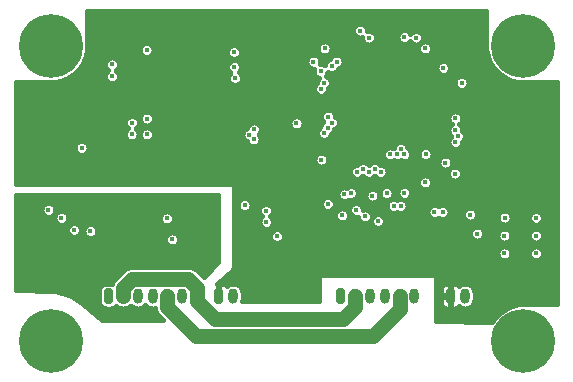
<source format=gbr>
G04 #@! TF.GenerationSoftware,KiCad,Pcbnew,(5.1.10)-1*
G04 #@! TF.CreationDate,2022-10-27T19:37:03-07:00*
G04 #@! TF.ProjectId,Motor_Gen2L,4d6f746f-725f-4476-956e-324c2e6b6963,rev?*
G04 #@! TF.SameCoordinates,Original*
G04 #@! TF.FileFunction,Copper,L2,Inr*
G04 #@! TF.FilePolarity,Positive*
%FSLAX46Y46*%
G04 Gerber Fmt 4.6, Leading zero omitted, Abs format (unit mm)*
G04 Created by KiCad (PCBNEW (5.1.10)-1) date 2022-10-27 19:37:03*
%MOMM*%
%LPD*%
G01*
G04 APERTURE LIST*
G04 #@! TA.AperFunction,ComponentPad*
%ADD10O,0.800000X1.300000*%
G04 #@! TD*
G04 #@! TA.AperFunction,ComponentPad*
%ADD11C,0.800000*%
G04 #@! TD*
G04 #@! TA.AperFunction,ComponentPad*
%ADD12C,5.400000*%
G04 #@! TD*
G04 #@! TA.AperFunction,ViaPad*
%ADD13C,0.381000*%
G04 #@! TD*
G04 #@! TA.AperFunction,Conductor*
%ADD14C,0.381000*%
G04 #@! TD*
G04 #@! TA.AperFunction,Conductor*
%ADD15C,1.270000*%
G04 #@! TD*
G04 #@! TA.AperFunction,Conductor*
%ADD16C,0.400000*%
G04 #@! TD*
G04 #@! TA.AperFunction,Conductor*
%ADD17C,0.100000*%
G04 #@! TD*
G04 APERTURE END LIST*
D10*
X95450000Y-117700000D03*
G04 #@! TA.AperFunction,ComponentPad*
G36*
G01*
X93800000Y-118150000D02*
X93800000Y-117250000D01*
G75*
G02*
X94000000Y-117050000I200000J0D01*
G01*
X94400000Y-117050000D01*
G75*
G02*
X94600000Y-117250000I0J-200000D01*
G01*
X94600000Y-118150000D01*
G75*
G02*
X94400000Y-118350000I-200000J0D01*
G01*
X94000000Y-118350000D01*
G75*
G02*
X93800000Y-118150000I0J200000D01*
G01*
G37*
G04 #@! TD.AperFunction*
X115100000Y-117700000D03*
G04 #@! TA.AperFunction,ComponentPad*
G36*
G01*
X113450000Y-118150000D02*
X113450000Y-117250000D01*
G75*
G02*
X113650000Y-117050000I200000J0D01*
G01*
X114050000Y-117050000D01*
G75*
G02*
X114250000Y-117250000I0J-200000D01*
G01*
X114250000Y-118150000D01*
G75*
G02*
X114050000Y-118350000I-200000J0D01*
G01*
X113650000Y-118350000D01*
G75*
G02*
X113450000Y-118150000I0J200000D01*
G01*
G37*
G04 #@! TD.AperFunction*
X91150000Y-117700000D03*
X89900000Y-117700000D03*
X88650000Y-117700000D03*
X87400000Y-117700000D03*
X86150000Y-117700000D03*
G04 #@! TA.AperFunction,ComponentPad*
G36*
G01*
X84500000Y-118150000D02*
X84500000Y-117250000D01*
G75*
G02*
X84700000Y-117050000I200000J0D01*
G01*
X85100000Y-117050000D01*
G75*
G02*
X85300000Y-117250000I0J-200000D01*
G01*
X85300000Y-118150000D01*
G75*
G02*
X85100000Y-118350000I-200000J0D01*
G01*
X84700000Y-118350000D01*
G75*
G02*
X84500000Y-118150000I0J200000D01*
G01*
G37*
G04 #@! TD.AperFunction*
X110800000Y-117700000D03*
X109550000Y-117700000D03*
X108300000Y-117700000D03*
X107050000Y-117700000D03*
X105800000Y-117700000D03*
G04 #@! TA.AperFunction,ComponentPad*
G36*
G01*
X104150000Y-118150000D02*
X104150000Y-117250000D01*
G75*
G02*
X104350000Y-117050000I200000J0D01*
G01*
X104750000Y-117050000D01*
G75*
G02*
X104950000Y-117250000I0J-200000D01*
G01*
X104950000Y-118150000D01*
G75*
G02*
X104750000Y-118350000I-200000J0D01*
G01*
X104350000Y-118350000D01*
G75*
G02*
X104150000Y-118150000I0J200000D01*
G01*
G37*
G04 #@! TD.AperFunction*
D11*
X121431891Y-120068109D03*
X120000000Y-119475000D03*
X118568109Y-120068109D03*
X117975000Y-121500000D03*
X118568109Y-122931891D03*
X120000000Y-123525000D03*
X121431891Y-122931891D03*
X122025000Y-121500000D03*
D12*
X120000000Y-121500000D03*
D11*
X81431891Y-120068109D03*
X80000000Y-119475000D03*
X78568109Y-120068109D03*
X77975000Y-121500000D03*
X78568109Y-122931891D03*
X80000000Y-123525000D03*
X81431891Y-122931891D03*
X82025000Y-121500000D03*
D12*
X80000000Y-121500000D03*
D11*
X81431891Y-95068109D03*
X80000000Y-94475000D03*
X78568109Y-95068109D03*
X77975000Y-96500000D03*
X78568109Y-97931891D03*
X80000000Y-98525000D03*
X81431891Y-97931891D03*
X82025000Y-96500000D03*
D12*
X80000000Y-96500000D03*
D11*
X121431891Y-95068109D03*
X120000000Y-94475000D03*
X118568109Y-95068109D03*
X117975000Y-96500000D03*
X118568109Y-97931891D03*
X120000000Y-98525000D03*
X121431891Y-97931891D03*
X122025000Y-96500000D03*
D12*
X120000000Y-96500000D03*
D13*
X107250000Y-109200000D03*
X104688108Y-110861888D03*
X106650000Y-109200000D03*
X114400000Y-105650000D03*
X114875000Y-98650000D03*
X114875000Y-102125000D03*
X101500000Y-96300000D03*
X100100000Y-99175000D03*
X100750000Y-106825000D03*
X113375000Y-108275000D03*
X80000000Y-102700000D03*
X82000000Y-102700000D03*
X84500000Y-103200000D03*
X112500000Y-99150000D03*
X109450000Y-97625000D03*
X121600000Y-110600000D03*
X103900000Y-111331798D03*
X96425000Y-112000000D03*
X111200000Y-112350000D03*
X111200000Y-110350000D03*
X87700000Y-95600000D03*
X85200000Y-100100000D03*
X88475000Y-100525000D03*
X115925000Y-117825000D03*
X112800000Y-119600000D03*
X105000000Y-95250000D03*
X108375000Y-95500000D03*
X96300000Y-114700000D03*
X95500000Y-107900000D03*
X97200000Y-105200000D03*
X78700000Y-105000000D03*
X82800000Y-100000000D03*
X91950000Y-104000000D03*
X94950000Y-101925000D03*
X92000000Y-95550000D03*
X96875000Y-95550000D03*
X100000000Y-102850000D03*
X97975000Y-102825000D03*
X114700000Y-95675000D03*
X105750000Y-102700000D03*
X104175000Y-98900000D03*
X112075000Y-102900000D03*
X118575000Y-100625000D03*
X118725000Y-109750000D03*
X121600000Y-105825000D03*
X120300000Y-116200000D03*
X115325000Y-115475000D03*
X107800000Y-115500000D03*
X100925000Y-116925000D03*
X96275000Y-116875000D03*
X101700000Y-110275000D03*
X100750000Y-109100000D03*
X97925000Y-111950000D03*
X114750000Y-97400000D03*
X100825000Y-103069100D03*
X103475000Y-109900000D03*
X115525000Y-110800000D03*
X105875000Y-110400000D03*
X114225000Y-107325000D03*
X113425000Y-106400000D03*
X114800000Y-99650000D03*
X102875000Y-98650000D03*
X109950000Y-95775000D03*
X82625000Y-105150000D03*
X88137500Y-96862500D03*
X103200000Y-96725000D03*
X103800000Y-98225000D03*
X106950000Y-95825000D03*
X85200000Y-98075000D03*
X85200000Y-99100000D03*
X84725000Y-114200000D03*
X82025000Y-114275000D03*
X83900000Y-114250000D03*
X83775000Y-109175000D03*
X82000000Y-109300000D03*
X80000000Y-109300000D03*
X81150000Y-114275000D03*
X84325000Y-113300000D03*
X86175000Y-113325000D03*
X83850000Y-117775000D03*
X79500000Y-115100000D03*
X78300000Y-109200000D03*
X89300000Y-109200000D03*
X93250000Y-109375000D03*
X93550000Y-110350000D03*
X92925000Y-112225000D03*
X91300000Y-114450000D03*
X86100000Y-119400000D03*
X121100000Y-112575000D03*
X121100000Y-114075000D03*
X102925000Y-106150000D03*
X104875000Y-109075000D03*
X102250000Y-97850000D03*
X113200000Y-110575000D03*
X112500000Y-110575004D03*
X110950000Y-95825000D03*
X118450000Y-111050000D03*
X111725000Y-96725000D03*
X118425000Y-112575000D03*
X113250000Y-98375000D03*
X118425000Y-114075000D03*
X103500000Y-102500000D03*
X103825000Y-103025000D03*
X103450000Y-103425000D03*
X96425000Y-110000000D03*
X98264950Y-111419110D03*
X103150000Y-103900000D03*
X97228307Y-103586788D03*
X95550000Y-98300000D03*
X86875000Y-104000000D03*
X86900000Y-103025000D03*
X88150000Y-104000000D03*
X88150000Y-102675000D03*
X114275000Y-102650000D03*
X114500000Y-104150000D03*
X111725000Y-108075000D03*
X114275000Y-104650000D03*
X98250000Y-110475000D03*
X99175000Y-112625000D03*
X82000000Y-112100000D03*
X121100000Y-111075000D03*
X89850000Y-111125000D03*
X92025000Y-117250000D03*
X90300000Y-112900000D03*
X106200000Y-95225000D03*
X104225000Y-97850000D03*
X80925000Y-111075002D03*
X83375000Y-112205890D03*
X79810186Y-110399765D03*
X116125000Y-112400000D03*
X114275000Y-103650000D03*
X111750000Y-105675000D03*
X109950000Y-108950000D03*
X108450000Y-108975000D03*
X109050000Y-110050000D03*
X109650000Y-110050000D03*
X103150000Y-99650000D03*
X106625000Y-110950000D03*
X102900000Y-100150000D03*
X107725000Y-111350000D03*
X105950000Y-107175000D03*
X106450000Y-106925000D03*
X106950000Y-107175000D03*
X107450000Y-106925000D03*
X107950000Y-107175000D03*
X108750000Y-105700000D03*
X109350000Y-105700000D03*
X97200000Y-104425000D03*
X95525000Y-97050000D03*
X109950000Y-105700000D03*
X109650000Y-105225000D03*
X96836059Y-104035032D03*
X95625000Y-99250000D03*
X105450000Y-108975000D03*
D14*
X92112410Y-116262590D02*
X92112410Y-117162590D01*
X92112410Y-117162590D02*
X92025000Y-117250000D01*
D15*
X105800000Y-118600000D02*
X105800000Y-117700000D01*
X104800000Y-119600000D02*
X105800000Y-118600000D01*
X93900000Y-119600000D02*
X104800000Y-119600000D01*
X92400000Y-118100000D02*
X93900000Y-119600000D01*
X92400000Y-116975000D02*
X92400000Y-118100000D01*
X91675000Y-116250000D02*
X92400000Y-116975000D01*
X86150000Y-117020749D02*
X86920749Y-116250000D01*
X86920749Y-116250000D02*
X91675000Y-116250000D01*
X86150000Y-117700000D02*
X86150000Y-117020749D01*
X109550000Y-118825000D02*
X109550000Y-117700000D01*
X92350000Y-121100000D02*
X107275000Y-121100000D01*
X89900000Y-118650000D02*
X92350000Y-121100000D01*
X107275000Y-121100000D02*
X109550000Y-118825000D01*
X89900000Y-117700000D02*
X89900000Y-118650000D01*
D16*
X94200000Y-114817158D02*
X92955197Y-116061961D01*
X92445186Y-115551951D01*
X92412670Y-115512330D01*
X92254584Y-115382592D01*
X92074224Y-115286188D01*
X91878523Y-115226822D01*
X91726000Y-115211800D01*
X91725990Y-115211800D01*
X91675000Y-115206778D01*
X91624010Y-115211800D01*
X86971749Y-115211800D01*
X86920749Y-115206777D01*
X86869749Y-115211800D01*
X86717226Y-115226822D01*
X86521525Y-115286188D01*
X86341165Y-115382592D01*
X86183079Y-115512330D01*
X86150566Y-115551947D01*
X85451947Y-116250567D01*
X85412331Y-116283079D01*
X85379820Y-116322694D01*
X85282592Y-116441166D01*
X85215857Y-116566019D01*
X85186189Y-116621525D01*
X85176818Y-116652416D01*
X85100000Y-116644850D01*
X84700000Y-116644850D01*
X84581941Y-116656478D01*
X84468419Y-116690914D01*
X84363797Y-116746836D01*
X84272094Y-116822094D01*
X84196836Y-116913797D01*
X84140914Y-117018419D01*
X84106478Y-117131941D01*
X84094850Y-117250000D01*
X84094850Y-118150000D01*
X84106478Y-118268059D01*
X84140914Y-118381581D01*
X84196836Y-118486203D01*
X84272094Y-118577906D01*
X84363797Y-118653164D01*
X84468419Y-118709086D01*
X84581941Y-118743522D01*
X84700000Y-118755150D01*
X85100000Y-118755150D01*
X85218059Y-118743522D01*
X85331581Y-118709086D01*
X85436203Y-118653164D01*
X85527906Y-118577906D01*
X85550162Y-118550786D01*
X85570416Y-118567408D01*
X85750776Y-118663812D01*
X85822000Y-118685418D01*
X85841143Y-118695650D01*
X85992546Y-118741578D01*
X86150000Y-118757086D01*
X86307455Y-118741578D01*
X86458858Y-118695650D01*
X86478004Y-118685416D01*
X86549223Y-118663812D01*
X86729584Y-118567408D01*
X86812079Y-118499706D01*
X86829305Y-118520696D01*
X86951608Y-118621067D01*
X87091143Y-118695650D01*
X87242546Y-118741578D01*
X87400000Y-118757086D01*
X87557455Y-118741578D01*
X87708858Y-118695650D01*
X87848393Y-118621067D01*
X87970696Y-118520696D01*
X88025000Y-118454526D01*
X88079305Y-118520696D01*
X88201608Y-118621067D01*
X88341143Y-118695650D01*
X88492546Y-118741578D01*
X88650000Y-118757086D01*
X88807455Y-118741578D01*
X88864105Y-118724393D01*
X88867929Y-118763214D01*
X88876823Y-118853522D01*
X88936189Y-119049224D01*
X89032592Y-119229583D01*
X89074819Y-119281036D01*
X89162331Y-119387670D01*
X89201947Y-119420182D01*
X89481765Y-119700000D01*
X84325147Y-119700000D01*
X82781701Y-118349485D01*
X82760940Y-118333590D01*
X81860940Y-117733590D01*
X81809280Y-117708987D01*
X80359280Y-117258987D01*
X80302500Y-117250016D01*
X77078200Y-117209712D01*
X77078200Y-112841526D01*
X89706300Y-112841526D01*
X89706300Y-112958474D01*
X89729115Y-113073176D01*
X89773870Y-113181223D01*
X89838843Y-113278462D01*
X89921538Y-113361157D01*
X90018777Y-113426130D01*
X90126824Y-113470885D01*
X90241526Y-113493700D01*
X90358474Y-113493700D01*
X90473176Y-113470885D01*
X90581223Y-113426130D01*
X90678462Y-113361157D01*
X90761157Y-113278462D01*
X90826130Y-113181223D01*
X90870885Y-113073176D01*
X90893700Y-112958474D01*
X90893700Y-112841526D01*
X90870885Y-112726824D01*
X90826130Y-112618777D01*
X90761157Y-112521538D01*
X90678462Y-112438843D01*
X90581223Y-112373870D01*
X90473176Y-112329115D01*
X90358474Y-112306300D01*
X90241526Y-112306300D01*
X90126824Y-112329115D01*
X90018777Y-112373870D01*
X89921538Y-112438843D01*
X89838843Y-112521538D01*
X89773870Y-112618777D01*
X89729115Y-112726824D01*
X89706300Y-112841526D01*
X77078200Y-112841526D01*
X77078200Y-112041526D01*
X81406300Y-112041526D01*
X81406300Y-112158474D01*
X81429115Y-112273176D01*
X81473870Y-112381223D01*
X81538843Y-112478462D01*
X81621538Y-112561157D01*
X81718777Y-112626130D01*
X81826824Y-112670885D01*
X81941526Y-112693700D01*
X82058474Y-112693700D01*
X82173176Y-112670885D01*
X82281223Y-112626130D01*
X82378462Y-112561157D01*
X82461157Y-112478462D01*
X82526130Y-112381223D01*
X82570885Y-112273176D01*
X82593700Y-112158474D01*
X82593700Y-112147416D01*
X82781300Y-112147416D01*
X82781300Y-112264364D01*
X82804115Y-112379066D01*
X82848870Y-112487113D01*
X82913843Y-112584352D01*
X82996538Y-112667047D01*
X83093777Y-112732020D01*
X83201824Y-112776775D01*
X83316526Y-112799590D01*
X83433474Y-112799590D01*
X83548176Y-112776775D01*
X83656223Y-112732020D01*
X83753462Y-112667047D01*
X83836157Y-112584352D01*
X83901130Y-112487113D01*
X83945885Y-112379066D01*
X83968700Y-112264364D01*
X83968700Y-112147416D01*
X83945885Y-112032714D01*
X83901130Y-111924667D01*
X83836157Y-111827428D01*
X83753462Y-111744733D01*
X83656223Y-111679760D01*
X83548176Y-111635005D01*
X83433474Y-111612190D01*
X83316526Y-111612190D01*
X83201824Y-111635005D01*
X83093777Y-111679760D01*
X82996538Y-111744733D01*
X82913843Y-111827428D01*
X82848870Y-111924667D01*
X82804115Y-112032714D01*
X82781300Y-112147416D01*
X82593700Y-112147416D01*
X82593700Y-112041526D01*
X82570885Y-111926824D01*
X82526130Y-111818777D01*
X82461157Y-111721538D01*
X82378462Y-111638843D01*
X82281223Y-111573870D01*
X82173176Y-111529115D01*
X82058474Y-111506300D01*
X81941526Y-111506300D01*
X81826824Y-111529115D01*
X81718777Y-111573870D01*
X81621538Y-111638843D01*
X81538843Y-111721538D01*
X81473870Y-111818777D01*
X81429115Y-111926824D01*
X81406300Y-112041526D01*
X77078200Y-112041526D01*
X77078200Y-111016528D01*
X80331300Y-111016528D01*
X80331300Y-111133476D01*
X80354115Y-111248178D01*
X80398870Y-111356225D01*
X80463843Y-111453464D01*
X80546538Y-111536159D01*
X80643777Y-111601132D01*
X80751824Y-111645887D01*
X80866526Y-111668702D01*
X80983474Y-111668702D01*
X81098176Y-111645887D01*
X81206223Y-111601132D01*
X81303462Y-111536159D01*
X81386157Y-111453464D01*
X81451130Y-111356225D01*
X81495885Y-111248178D01*
X81518700Y-111133476D01*
X81518700Y-111066526D01*
X89256300Y-111066526D01*
X89256300Y-111183474D01*
X89279115Y-111298176D01*
X89323870Y-111406223D01*
X89388843Y-111503462D01*
X89471538Y-111586157D01*
X89568777Y-111651130D01*
X89676824Y-111695885D01*
X89791526Y-111718700D01*
X89908474Y-111718700D01*
X90023176Y-111695885D01*
X90131223Y-111651130D01*
X90228462Y-111586157D01*
X90311157Y-111503462D01*
X90376130Y-111406223D01*
X90420885Y-111298176D01*
X90443700Y-111183474D01*
X90443700Y-111066526D01*
X90420885Y-110951824D01*
X90376130Y-110843777D01*
X90311157Y-110746538D01*
X90228462Y-110663843D01*
X90131223Y-110598870D01*
X90023176Y-110554115D01*
X89908474Y-110531300D01*
X89791526Y-110531300D01*
X89676824Y-110554115D01*
X89568777Y-110598870D01*
X89471538Y-110663843D01*
X89388843Y-110746538D01*
X89323870Y-110843777D01*
X89279115Y-110951824D01*
X89256300Y-111066526D01*
X81518700Y-111066526D01*
X81518700Y-111016528D01*
X81495885Y-110901826D01*
X81451130Y-110793779D01*
X81386157Y-110696540D01*
X81303462Y-110613845D01*
X81206223Y-110548872D01*
X81098176Y-110504117D01*
X80983474Y-110481302D01*
X80866526Y-110481302D01*
X80751824Y-110504117D01*
X80643777Y-110548872D01*
X80546538Y-110613845D01*
X80463843Y-110696540D01*
X80398870Y-110793779D01*
X80354115Y-110901826D01*
X80331300Y-111016528D01*
X77078200Y-111016528D01*
X77078200Y-110341291D01*
X79216486Y-110341291D01*
X79216486Y-110458239D01*
X79239301Y-110572941D01*
X79284056Y-110680988D01*
X79349029Y-110778227D01*
X79431724Y-110860922D01*
X79528963Y-110925895D01*
X79637010Y-110970650D01*
X79751712Y-110993465D01*
X79868660Y-110993465D01*
X79983362Y-110970650D01*
X80091409Y-110925895D01*
X80188648Y-110860922D01*
X80271343Y-110778227D01*
X80336316Y-110680988D01*
X80381071Y-110572941D01*
X80403886Y-110458239D01*
X80403886Y-110341291D01*
X80381071Y-110226589D01*
X80336316Y-110118542D01*
X80271343Y-110021303D01*
X80188648Y-109938608D01*
X80091409Y-109873635D01*
X79983362Y-109828880D01*
X79868660Y-109806065D01*
X79751712Y-109806065D01*
X79637010Y-109828880D01*
X79528963Y-109873635D01*
X79431724Y-109938608D01*
X79349029Y-110021303D01*
X79284056Y-110118542D01*
X79239301Y-110226589D01*
X79216486Y-110341291D01*
X77078200Y-110341291D01*
X77078200Y-109100000D01*
X94200000Y-109100000D01*
X94200000Y-114817158D01*
G04 #@! TA.AperFunction,Conductor*
D17*
G36*
X94200000Y-114817158D02*
G01*
X92955197Y-116061961D01*
X92445186Y-115551951D01*
X92412670Y-115512330D01*
X92254584Y-115382592D01*
X92074224Y-115286188D01*
X91878523Y-115226822D01*
X91726000Y-115211800D01*
X91725990Y-115211800D01*
X91675000Y-115206778D01*
X91624010Y-115211800D01*
X86971749Y-115211800D01*
X86920749Y-115206777D01*
X86869749Y-115211800D01*
X86717226Y-115226822D01*
X86521525Y-115286188D01*
X86341165Y-115382592D01*
X86183079Y-115512330D01*
X86150566Y-115551947D01*
X85451947Y-116250567D01*
X85412331Y-116283079D01*
X85379820Y-116322694D01*
X85282592Y-116441166D01*
X85215857Y-116566019D01*
X85186189Y-116621525D01*
X85176818Y-116652416D01*
X85100000Y-116644850D01*
X84700000Y-116644850D01*
X84581941Y-116656478D01*
X84468419Y-116690914D01*
X84363797Y-116746836D01*
X84272094Y-116822094D01*
X84196836Y-116913797D01*
X84140914Y-117018419D01*
X84106478Y-117131941D01*
X84094850Y-117250000D01*
X84094850Y-118150000D01*
X84106478Y-118268059D01*
X84140914Y-118381581D01*
X84196836Y-118486203D01*
X84272094Y-118577906D01*
X84363797Y-118653164D01*
X84468419Y-118709086D01*
X84581941Y-118743522D01*
X84700000Y-118755150D01*
X85100000Y-118755150D01*
X85218059Y-118743522D01*
X85331581Y-118709086D01*
X85436203Y-118653164D01*
X85527906Y-118577906D01*
X85550162Y-118550786D01*
X85570416Y-118567408D01*
X85750776Y-118663812D01*
X85822000Y-118685418D01*
X85841143Y-118695650D01*
X85992546Y-118741578D01*
X86150000Y-118757086D01*
X86307455Y-118741578D01*
X86458858Y-118695650D01*
X86478004Y-118685416D01*
X86549223Y-118663812D01*
X86729584Y-118567408D01*
X86812079Y-118499706D01*
X86829305Y-118520696D01*
X86951608Y-118621067D01*
X87091143Y-118695650D01*
X87242546Y-118741578D01*
X87400000Y-118757086D01*
X87557455Y-118741578D01*
X87708858Y-118695650D01*
X87848393Y-118621067D01*
X87970696Y-118520696D01*
X88025000Y-118454526D01*
X88079305Y-118520696D01*
X88201608Y-118621067D01*
X88341143Y-118695650D01*
X88492546Y-118741578D01*
X88650000Y-118757086D01*
X88807455Y-118741578D01*
X88864105Y-118724393D01*
X88867929Y-118763214D01*
X88876823Y-118853522D01*
X88936189Y-119049224D01*
X89032592Y-119229583D01*
X89074819Y-119281036D01*
X89162331Y-119387670D01*
X89201947Y-119420182D01*
X89481765Y-119700000D01*
X84325147Y-119700000D01*
X82781701Y-118349485D01*
X82760940Y-118333590D01*
X81860940Y-117733590D01*
X81809280Y-117708987D01*
X80359280Y-117258987D01*
X80302500Y-117250016D01*
X77078200Y-117209712D01*
X77078200Y-112841526D01*
X89706300Y-112841526D01*
X89706300Y-112958474D01*
X89729115Y-113073176D01*
X89773870Y-113181223D01*
X89838843Y-113278462D01*
X89921538Y-113361157D01*
X90018777Y-113426130D01*
X90126824Y-113470885D01*
X90241526Y-113493700D01*
X90358474Y-113493700D01*
X90473176Y-113470885D01*
X90581223Y-113426130D01*
X90678462Y-113361157D01*
X90761157Y-113278462D01*
X90826130Y-113181223D01*
X90870885Y-113073176D01*
X90893700Y-112958474D01*
X90893700Y-112841526D01*
X90870885Y-112726824D01*
X90826130Y-112618777D01*
X90761157Y-112521538D01*
X90678462Y-112438843D01*
X90581223Y-112373870D01*
X90473176Y-112329115D01*
X90358474Y-112306300D01*
X90241526Y-112306300D01*
X90126824Y-112329115D01*
X90018777Y-112373870D01*
X89921538Y-112438843D01*
X89838843Y-112521538D01*
X89773870Y-112618777D01*
X89729115Y-112726824D01*
X89706300Y-112841526D01*
X77078200Y-112841526D01*
X77078200Y-112041526D01*
X81406300Y-112041526D01*
X81406300Y-112158474D01*
X81429115Y-112273176D01*
X81473870Y-112381223D01*
X81538843Y-112478462D01*
X81621538Y-112561157D01*
X81718777Y-112626130D01*
X81826824Y-112670885D01*
X81941526Y-112693700D01*
X82058474Y-112693700D01*
X82173176Y-112670885D01*
X82281223Y-112626130D01*
X82378462Y-112561157D01*
X82461157Y-112478462D01*
X82526130Y-112381223D01*
X82570885Y-112273176D01*
X82593700Y-112158474D01*
X82593700Y-112147416D01*
X82781300Y-112147416D01*
X82781300Y-112264364D01*
X82804115Y-112379066D01*
X82848870Y-112487113D01*
X82913843Y-112584352D01*
X82996538Y-112667047D01*
X83093777Y-112732020D01*
X83201824Y-112776775D01*
X83316526Y-112799590D01*
X83433474Y-112799590D01*
X83548176Y-112776775D01*
X83656223Y-112732020D01*
X83753462Y-112667047D01*
X83836157Y-112584352D01*
X83901130Y-112487113D01*
X83945885Y-112379066D01*
X83968700Y-112264364D01*
X83968700Y-112147416D01*
X83945885Y-112032714D01*
X83901130Y-111924667D01*
X83836157Y-111827428D01*
X83753462Y-111744733D01*
X83656223Y-111679760D01*
X83548176Y-111635005D01*
X83433474Y-111612190D01*
X83316526Y-111612190D01*
X83201824Y-111635005D01*
X83093777Y-111679760D01*
X82996538Y-111744733D01*
X82913843Y-111827428D01*
X82848870Y-111924667D01*
X82804115Y-112032714D01*
X82781300Y-112147416D01*
X82593700Y-112147416D01*
X82593700Y-112041526D01*
X82570885Y-111926824D01*
X82526130Y-111818777D01*
X82461157Y-111721538D01*
X82378462Y-111638843D01*
X82281223Y-111573870D01*
X82173176Y-111529115D01*
X82058474Y-111506300D01*
X81941526Y-111506300D01*
X81826824Y-111529115D01*
X81718777Y-111573870D01*
X81621538Y-111638843D01*
X81538843Y-111721538D01*
X81473870Y-111818777D01*
X81429115Y-111926824D01*
X81406300Y-112041526D01*
X77078200Y-112041526D01*
X77078200Y-111016528D01*
X80331300Y-111016528D01*
X80331300Y-111133476D01*
X80354115Y-111248178D01*
X80398870Y-111356225D01*
X80463843Y-111453464D01*
X80546538Y-111536159D01*
X80643777Y-111601132D01*
X80751824Y-111645887D01*
X80866526Y-111668702D01*
X80983474Y-111668702D01*
X81098176Y-111645887D01*
X81206223Y-111601132D01*
X81303462Y-111536159D01*
X81386157Y-111453464D01*
X81451130Y-111356225D01*
X81495885Y-111248178D01*
X81518700Y-111133476D01*
X81518700Y-111066526D01*
X89256300Y-111066526D01*
X89256300Y-111183474D01*
X89279115Y-111298176D01*
X89323870Y-111406223D01*
X89388843Y-111503462D01*
X89471538Y-111586157D01*
X89568777Y-111651130D01*
X89676824Y-111695885D01*
X89791526Y-111718700D01*
X89908474Y-111718700D01*
X90023176Y-111695885D01*
X90131223Y-111651130D01*
X90228462Y-111586157D01*
X90311157Y-111503462D01*
X90376130Y-111406223D01*
X90420885Y-111298176D01*
X90443700Y-111183474D01*
X90443700Y-111066526D01*
X90420885Y-110951824D01*
X90376130Y-110843777D01*
X90311157Y-110746538D01*
X90228462Y-110663843D01*
X90131223Y-110598870D01*
X90023176Y-110554115D01*
X89908474Y-110531300D01*
X89791526Y-110531300D01*
X89676824Y-110554115D01*
X89568777Y-110598870D01*
X89471538Y-110663843D01*
X89388843Y-110746538D01*
X89323870Y-110843777D01*
X89279115Y-110951824D01*
X89256300Y-111066526D01*
X81518700Y-111066526D01*
X81518700Y-111016528D01*
X81495885Y-110901826D01*
X81451130Y-110793779D01*
X81386157Y-110696540D01*
X81303462Y-110613845D01*
X81206223Y-110548872D01*
X81098176Y-110504117D01*
X80983474Y-110481302D01*
X80866526Y-110481302D01*
X80751824Y-110504117D01*
X80643777Y-110548872D01*
X80546538Y-110613845D01*
X80463843Y-110696540D01*
X80398870Y-110793779D01*
X80354115Y-110901826D01*
X80331300Y-111016528D01*
X77078200Y-111016528D01*
X77078200Y-110341291D01*
X79216486Y-110341291D01*
X79216486Y-110458239D01*
X79239301Y-110572941D01*
X79284056Y-110680988D01*
X79349029Y-110778227D01*
X79431724Y-110860922D01*
X79528963Y-110925895D01*
X79637010Y-110970650D01*
X79751712Y-110993465D01*
X79868660Y-110993465D01*
X79983362Y-110970650D01*
X80091409Y-110925895D01*
X80188648Y-110860922D01*
X80271343Y-110778227D01*
X80336316Y-110680988D01*
X80381071Y-110572941D01*
X80403886Y-110458239D01*
X80403886Y-110341291D01*
X80381071Y-110226589D01*
X80336316Y-110118542D01*
X80271343Y-110021303D01*
X80188648Y-109938608D01*
X80091409Y-109873635D01*
X79983362Y-109828880D01*
X79868660Y-109806065D01*
X79751712Y-109806065D01*
X79637010Y-109828880D01*
X79528963Y-109873635D01*
X79431724Y-109938608D01*
X79349029Y-110021303D01*
X79284056Y-110118542D01*
X79239301Y-110226589D01*
X79216486Y-110341291D01*
X77078200Y-110341291D01*
X77078200Y-109100000D01*
X94200000Y-109100000D01*
X94200000Y-114817158D01*
G37*
G04 #@! TD.AperFunction*
D16*
X116900000Y-96178273D02*
X116896800Y-96194361D01*
X116896800Y-96805639D01*
X117016054Y-97405170D01*
X117249980Y-97969916D01*
X117589587Y-98478175D01*
X118021825Y-98910413D01*
X118530084Y-99250020D01*
X119094830Y-99483946D01*
X119694361Y-99603200D01*
X120305639Y-99603200D01*
X120321727Y-99600000D01*
X122921801Y-99600000D01*
X122921800Y-118400000D01*
X120321727Y-118400000D01*
X120305639Y-118396800D01*
X119694361Y-118396800D01*
X119094830Y-118516054D01*
X118530084Y-118749980D01*
X118021825Y-119089587D01*
X117589587Y-119521825D01*
X117339034Y-119896805D01*
X112600000Y-119803883D01*
X112600000Y-118350000D01*
X113044849Y-118350000D01*
X113052634Y-118429041D01*
X113075689Y-118505045D01*
X113113129Y-118575090D01*
X113163515Y-118636485D01*
X113224910Y-118686871D01*
X113294955Y-118724311D01*
X113370959Y-118747366D01*
X113450000Y-118755151D01*
X113695200Y-118753200D01*
X113796000Y-118652400D01*
X113796000Y-117754000D01*
X113147600Y-117754000D01*
X113046800Y-117854800D01*
X113044849Y-118350000D01*
X112600000Y-118350000D01*
X112600000Y-117050000D01*
X113044849Y-117050000D01*
X113046800Y-117545200D01*
X113147600Y-117646000D01*
X113796000Y-117646000D01*
X113796000Y-116747600D01*
X113904000Y-116747600D01*
X113904000Y-117646000D01*
X113924000Y-117646000D01*
X113924000Y-117754000D01*
X113904000Y-117754000D01*
X113904000Y-118652400D01*
X114004800Y-118753200D01*
X114250000Y-118755151D01*
X114329041Y-118747366D01*
X114405045Y-118724311D01*
X114475090Y-118686871D01*
X114536485Y-118636485D01*
X114586871Y-118575090D01*
X114589528Y-118570119D01*
X114651608Y-118621067D01*
X114791143Y-118695650D01*
X114942546Y-118741578D01*
X115100000Y-118757086D01*
X115257455Y-118741578D01*
X115408858Y-118695650D01*
X115548393Y-118621067D01*
X115670696Y-118520696D01*
X115771067Y-118398393D01*
X115845650Y-118258858D01*
X115891578Y-118107455D01*
X115903200Y-117989455D01*
X115903200Y-117410545D01*
X115891578Y-117292545D01*
X115845650Y-117141142D01*
X115771067Y-117001607D01*
X115670696Y-116879304D01*
X115548392Y-116778933D01*
X115408857Y-116704350D01*
X115257454Y-116658422D01*
X115100000Y-116642914D01*
X114942545Y-116658422D01*
X114791142Y-116704350D01*
X114651607Y-116778933D01*
X114589528Y-116829880D01*
X114586871Y-116824910D01*
X114536485Y-116763515D01*
X114475090Y-116713129D01*
X114405045Y-116675689D01*
X114329041Y-116652634D01*
X114250000Y-116644849D01*
X114004800Y-116646800D01*
X113904000Y-116747600D01*
X113796000Y-116747600D01*
X113695200Y-116646800D01*
X113450000Y-116644849D01*
X113370959Y-116652634D01*
X113294955Y-116675689D01*
X113224910Y-116713129D01*
X113163515Y-116763515D01*
X113113129Y-116824910D01*
X113075689Y-116894955D01*
X113052634Y-116970959D01*
X113044849Y-117050000D01*
X112600000Y-117050000D01*
X112600000Y-116100000D01*
X112596157Y-116060982D01*
X112584776Y-116023463D01*
X112566294Y-115988886D01*
X112541421Y-115958579D01*
X112511114Y-115933706D01*
X112476537Y-115915224D01*
X112439018Y-115903843D01*
X112400000Y-115900000D01*
X102900000Y-115900000D01*
X102860982Y-115903843D01*
X102823463Y-115915224D01*
X102788886Y-115933706D01*
X102758579Y-115958579D01*
X102733706Y-115988886D01*
X102715224Y-116023463D01*
X102703843Y-116060982D01*
X102700000Y-116100000D01*
X102700000Y-118100000D01*
X96242312Y-118100000D01*
X96253200Y-117989455D01*
X96253200Y-117410545D01*
X96241578Y-117292545D01*
X96195650Y-117141142D01*
X96121067Y-117001607D01*
X96020696Y-116879304D01*
X95898392Y-116778933D01*
X95758857Y-116704350D01*
X95607454Y-116658422D01*
X95450000Y-116642914D01*
X95292545Y-116658422D01*
X95141142Y-116704350D01*
X95001607Y-116778933D01*
X94939528Y-116829880D01*
X94936871Y-116824910D01*
X94886485Y-116763515D01*
X94825090Y-116713129D01*
X94755045Y-116675689D01*
X94679041Y-116652634D01*
X94600000Y-116644849D01*
X94354800Y-116646800D01*
X94254000Y-116747600D01*
X94254000Y-117646000D01*
X94274000Y-117646000D01*
X94274000Y-117754000D01*
X94254000Y-117754000D01*
X94254000Y-117774000D01*
X94146000Y-117774000D01*
X94146000Y-117754000D01*
X94126000Y-117754000D01*
X94126000Y-117646000D01*
X94146000Y-117646000D01*
X94146000Y-116747600D01*
X94100000Y-116701600D01*
X94100000Y-116687214D01*
X95436090Y-115446559D01*
X95462067Y-115417193D01*
X95481817Y-115383323D01*
X95494579Y-115346251D01*
X95500000Y-115300000D01*
X95500000Y-114016526D01*
X117831300Y-114016526D01*
X117831300Y-114133474D01*
X117854115Y-114248176D01*
X117898870Y-114356223D01*
X117963843Y-114453462D01*
X118046538Y-114536157D01*
X118143777Y-114601130D01*
X118251824Y-114645885D01*
X118366526Y-114668700D01*
X118483474Y-114668700D01*
X118598176Y-114645885D01*
X118706223Y-114601130D01*
X118803462Y-114536157D01*
X118886157Y-114453462D01*
X118951130Y-114356223D01*
X118995885Y-114248176D01*
X119018700Y-114133474D01*
X119018700Y-114016526D01*
X120506300Y-114016526D01*
X120506300Y-114133474D01*
X120529115Y-114248176D01*
X120573870Y-114356223D01*
X120638843Y-114453462D01*
X120721538Y-114536157D01*
X120818777Y-114601130D01*
X120926824Y-114645885D01*
X121041526Y-114668700D01*
X121158474Y-114668700D01*
X121273176Y-114645885D01*
X121381223Y-114601130D01*
X121478462Y-114536157D01*
X121561157Y-114453462D01*
X121626130Y-114356223D01*
X121670885Y-114248176D01*
X121693700Y-114133474D01*
X121693700Y-114016526D01*
X121670885Y-113901824D01*
X121626130Y-113793777D01*
X121561157Y-113696538D01*
X121478462Y-113613843D01*
X121381223Y-113548870D01*
X121273176Y-113504115D01*
X121158474Y-113481300D01*
X121041526Y-113481300D01*
X120926824Y-113504115D01*
X120818777Y-113548870D01*
X120721538Y-113613843D01*
X120638843Y-113696538D01*
X120573870Y-113793777D01*
X120529115Y-113901824D01*
X120506300Y-114016526D01*
X119018700Y-114016526D01*
X118995885Y-113901824D01*
X118951130Y-113793777D01*
X118886157Y-113696538D01*
X118803462Y-113613843D01*
X118706223Y-113548870D01*
X118598176Y-113504115D01*
X118483474Y-113481300D01*
X118366526Y-113481300D01*
X118251824Y-113504115D01*
X118143777Y-113548870D01*
X118046538Y-113613843D01*
X117963843Y-113696538D01*
X117898870Y-113793777D01*
X117854115Y-113901824D01*
X117831300Y-114016526D01*
X95500000Y-114016526D01*
X95500000Y-112566526D01*
X98581300Y-112566526D01*
X98581300Y-112683474D01*
X98604115Y-112798176D01*
X98648870Y-112906223D01*
X98713843Y-113003462D01*
X98796538Y-113086157D01*
X98893777Y-113151130D01*
X99001824Y-113195885D01*
X99116526Y-113218700D01*
X99233474Y-113218700D01*
X99348176Y-113195885D01*
X99456223Y-113151130D01*
X99553462Y-113086157D01*
X99636157Y-113003462D01*
X99701130Y-112906223D01*
X99745885Y-112798176D01*
X99768700Y-112683474D01*
X99768700Y-112566526D01*
X99745885Y-112451824D01*
X99701130Y-112343777D01*
X99699626Y-112341526D01*
X115531300Y-112341526D01*
X115531300Y-112458474D01*
X115554115Y-112573176D01*
X115598870Y-112681223D01*
X115663843Y-112778462D01*
X115746538Y-112861157D01*
X115843777Y-112926130D01*
X115951824Y-112970885D01*
X116066526Y-112993700D01*
X116183474Y-112993700D01*
X116298176Y-112970885D01*
X116406223Y-112926130D01*
X116503462Y-112861157D01*
X116586157Y-112778462D01*
X116651130Y-112681223D01*
X116695885Y-112573176D01*
X116707153Y-112516526D01*
X117831300Y-112516526D01*
X117831300Y-112633474D01*
X117854115Y-112748176D01*
X117898870Y-112856223D01*
X117963843Y-112953462D01*
X118046538Y-113036157D01*
X118143777Y-113101130D01*
X118251824Y-113145885D01*
X118366526Y-113168700D01*
X118483474Y-113168700D01*
X118598176Y-113145885D01*
X118706223Y-113101130D01*
X118803462Y-113036157D01*
X118886157Y-112953462D01*
X118951130Y-112856223D01*
X118995885Y-112748176D01*
X119018700Y-112633474D01*
X119018700Y-112516526D01*
X120506300Y-112516526D01*
X120506300Y-112633474D01*
X120529115Y-112748176D01*
X120573870Y-112856223D01*
X120638843Y-112953462D01*
X120721538Y-113036157D01*
X120818777Y-113101130D01*
X120926824Y-113145885D01*
X121041526Y-113168700D01*
X121158474Y-113168700D01*
X121273176Y-113145885D01*
X121381223Y-113101130D01*
X121478462Y-113036157D01*
X121561157Y-112953462D01*
X121626130Y-112856223D01*
X121670885Y-112748176D01*
X121693700Y-112633474D01*
X121693700Y-112516526D01*
X121670885Y-112401824D01*
X121626130Y-112293777D01*
X121561157Y-112196538D01*
X121478462Y-112113843D01*
X121381223Y-112048870D01*
X121273176Y-112004115D01*
X121158474Y-111981300D01*
X121041526Y-111981300D01*
X120926824Y-112004115D01*
X120818777Y-112048870D01*
X120721538Y-112113843D01*
X120638843Y-112196538D01*
X120573870Y-112293777D01*
X120529115Y-112401824D01*
X120506300Y-112516526D01*
X119018700Y-112516526D01*
X118995885Y-112401824D01*
X118951130Y-112293777D01*
X118886157Y-112196538D01*
X118803462Y-112113843D01*
X118706223Y-112048870D01*
X118598176Y-112004115D01*
X118483474Y-111981300D01*
X118366526Y-111981300D01*
X118251824Y-112004115D01*
X118143777Y-112048870D01*
X118046538Y-112113843D01*
X117963843Y-112196538D01*
X117898870Y-112293777D01*
X117854115Y-112401824D01*
X117831300Y-112516526D01*
X116707153Y-112516526D01*
X116718700Y-112458474D01*
X116718700Y-112341526D01*
X116695885Y-112226824D01*
X116651130Y-112118777D01*
X116586157Y-112021538D01*
X116503462Y-111938843D01*
X116406223Y-111873870D01*
X116298176Y-111829115D01*
X116183474Y-111806300D01*
X116066526Y-111806300D01*
X115951824Y-111829115D01*
X115843777Y-111873870D01*
X115746538Y-111938843D01*
X115663843Y-112021538D01*
X115598870Y-112118777D01*
X115554115Y-112226824D01*
X115531300Y-112341526D01*
X99699626Y-112341526D01*
X99636157Y-112246538D01*
X99553462Y-112163843D01*
X99456223Y-112098870D01*
X99348176Y-112054115D01*
X99233474Y-112031300D01*
X99116526Y-112031300D01*
X99001824Y-112054115D01*
X98893777Y-112098870D01*
X98796538Y-112163843D01*
X98713843Y-112246538D01*
X98648870Y-112343777D01*
X98604115Y-112451824D01*
X98581300Y-112566526D01*
X95500000Y-112566526D01*
X95500000Y-109941526D01*
X95831300Y-109941526D01*
X95831300Y-110058474D01*
X95854115Y-110173176D01*
X95898870Y-110281223D01*
X95963843Y-110378462D01*
X96046538Y-110461157D01*
X96143777Y-110526130D01*
X96251824Y-110570885D01*
X96366526Y-110593700D01*
X96483474Y-110593700D01*
X96598176Y-110570885D01*
X96706223Y-110526130D01*
X96803462Y-110461157D01*
X96848093Y-110416526D01*
X97656300Y-110416526D01*
X97656300Y-110533474D01*
X97679115Y-110648176D01*
X97723870Y-110756223D01*
X97788843Y-110853462D01*
X97871538Y-110936157D01*
X97895323Y-110952050D01*
X97886488Y-110957953D01*
X97803793Y-111040648D01*
X97738820Y-111137887D01*
X97694065Y-111245934D01*
X97671250Y-111360636D01*
X97671250Y-111477584D01*
X97694065Y-111592286D01*
X97738820Y-111700333D01*
X97803793Y-111797572D01*
X97886488Y-111880267D01*
X97983727Y-111945240D01*
X98091774Y-111989995D01*
X98206476Y-112012810D01*
X98323424Y-112012810D01*
X98438126Y-111989995D01*
X98546173Y-111945240D01*
X98643412Y-111880267D01*
X98726107Y-111797572D01*
X98791080Y-111700333D01*
X98835835Y-111592286D01*
X98858650Y-111477584D01*
X98858650Y-111360636D01*
X98835835Y-111245934D01*
X98791080Y-111137887D01*
X98726107Y-111040648D01*
X98643412Y-110957953D01*
X98619627Y-110942060D01*
X98628462Y-110936157D01*
X98711157Y-110853462D01*
X98744597Y-110803414D01*
X104094408Y-110803414D01*
X104094408Y-110920362D01*
X104117223Y-111035064D01*
X104161978Y-111143111D01*
X104226951Y-111240350D01*
X104309646Y-111323045D01*
X104406885Y-111388018D01*
X104514932Y-111432773D01*
X104629634Y-111455588D01*
X104746582Y-111455588D01*
X104861284Y-111432773D01*
X104969331Y-111388018D01*
X105066570Y-111323045D01*
X105149265Y-111240350D01*
X105214238Y-111143111D01*
X105258993Y-111035064D01*
X105281808Y-110920362D01*
X105281808Y-110803414D01*
X105258993Y-110688712D01*
X105214238Y-110580665D01*
X105149265Y-110483426D01*
X105066570Y-110400731D01*
X104977964Y-110341526D01*
X105281300Y-110341526D01*
X105281300Y-110458474D01*
X105304115Y-110573176D01*
X105348870Y-110681223D01*
X105413843Y-110778462D01*
X105496538Y-110861157D01*
X105593777Y-110926130D01*
X105701824Y-110970885D01*
X105816526Y-110993700D01*
X105933474Y-110993700D01*
X106031300Y-110974242D01*
X106031300Y-111008474D01*
X106054115Y-111123176D01*
X106098870Y-111231223D01*
X106163843Y-111328462D01*
X106246538Y-111411157D01*
X106343777Y-111476130D01*
X106451824Y-111520885D01*
X106566526Y-111543700D01*
X106683474Y-111543700D01*
X106798176Y-111520885D01*
X106906223Y-111476130D01*
X107003462Y-111411157D01*
X107086157Y-111328462D01*
X107139974Y-111247920D01*
X107131300Y-111291526D01*
X107131300Y-111408474D01*
X107154115Y-111523176D01*
X107198870Y-111631223D01*
X107263843Y-111728462D01*
X107346538Y-111811157D01*
X107443777Y-111876130D01*
X107551824Y-111920885D01*
X107666526Y-111943700D01*
X107783474Y-111943700D01*
X107898176Y-111920885D01*
X108006223Y-111876130D01*
X108103462Y-111811157D01*
X108186157Y-111728462D01*
X108251130Y-111631223D01*
X108295885Y-111523176D01*
X108318700Y-111408474D01*
X108318700Y-111291526D01*
X108295885Y-111176824D01*
X108251130Y-111068777D01*
X108186157Y-110971538D01*
X108103462Y-110888843D01*
X108006223Y-110823870D01*
X107898176Y-110779115D01*
X107783474Y-110756300D01*
X107666526Y-110756300D01*
X107551824Y-110779115D01*
X107443777Y-110823870D01*
X107346538Y-110888843D01*
X107263843Y-110971538D01*
X107210026Y-111052080D01*
X107218700Y-111008474D01*
X107218700Y-110891526D01*
X107195885Y-110776824D01*
X107151130Y-110668777D01*
X107086157Y-110571538D01*
X107003462Y-110488843D01*
X106906223Y-110423870D01*
X106798176Y-110379115D01*
X106683474Y-110356300D01*
X106566526Y-110356300D01*
X106468700Y-110375758D01*
X106468700Y-110341526D01*
X106445885Y-110226824D01*
X106401130Y-110118777D01*
X106336157Y-110021538D01*
X106306145Y-109991526D01*
X108456300Y-109991526D01*
X108456300Y-110108474D01*
X108479115Y-110223176D01*
X108523870Y-110331223D01*
X108588843Y-110428462D01*
X108671538Y-110511157D01*
X108768777Y-110576130D01*
X108876824Y-110620885D01*
X108991526Y-110643700D01*
X109108474Y-110643700D01*
X109223176Y-110620885D01*
X109331223Y-110576130D01*
X109350000Y-110563584D01*
X109368777Y-110576130D01*
X109476824Y-110620885D01*
X109591526Y-110643700D01*
X109708474Y-110643700D01*
X109823176Y-110620885D01*
X109931223Y-110576130D01*
X110020420Y-110516530D01*
X111906300Y-110516530D01*
X111906300Y-110633478D01*
X111929115Y-110748180D01*
X111973870Y-110856227D01*
X112038843Y-110953466D01*
X112121538Y-111036161D01*
X112218777Y-111101134D01*
X112326824Y-111145889D01*
X112441526Y-111168704D01*
X112558474Y-111168704D01*
X112673176Y-111145889D01*
X112781223Y-111101134D01*
X112850003Y-111055177D01*
X112918777Y-111101130D01*
X113026824Y-111145885D01*
X113141526Y-111168700D01*
X113258474Y-111168700D01*
X113373176Y-111145885D01*
X113481223Y-111101130D01*
X113578462Y-111036157D01*
X113661157Y-110953462D01*
X113726130Y-110856223D01*
X113770885Y-110748176D01*
X113772207Y-110741526D01*
X114931300Y-110741526D01*
X114931300Y-110858474D01*
X114954115Y-110973176D01*
X114998870Y-111081223D01*
X115063843Y-111178462D01*
X115146538Y-111261157D01*
X115243777Y-111326130D01*
X115351824Y-111370885D01*
X115466526Y-111393700D01*
X115583474Y-111393700D01*
X115698176Y-111370885D01*
X115806223Y-111326130D01*
X115903462Y-111261157D01*
X115986157Y-111178462D01*
X116051130Y-111081223D01*
X116088284Y-110991526D01*
X117856300Y-110991526D01*
X117856300Y-111108474D01*
X117879115Y-111223176D01*
X117923870Y-111331223D01*
X117988843Y-111428462D01*
X118071538Y-111511157D01*
X118168777Y-111576130D01*
X118276824Y-111620885D01*
X118391526Y-111643700D01*
X118508474Y-111643700D01*
X118623176Y-111620885D01*
X118731223Y-111576130D01*
X118828462Y-111511157D01*
X118911157Y-111428462D01*
X118976130Y-111331223D01*
X119020885Y-111223176D01*
X119043700Y-111108474D01*
X119043700Y-111016526D01*
X120506300Y-111016526D01*
X120506300Y-111133474D01*
X120529115Y-111248176D01*
X120573870Y-111356223D01*
X120638843Y-111453462D01*
X120721538Y-111536157D01*
X120818777Y-111601130D01*
X120926824Y-111645885D01*
X121041526Y-111668700D01*
X121158474Y-111668700D01*
X121273176Y-111645885D01*
X121381223Y-111601130D01*
X121478462Y-111536157D01*
X121561157Y-111453462D01*
X121626130Y-111356223D01*
X121670885Y-111248176D01*
X121693700Y-111133474D01*
X121693700Y-111016526D01*
X121670885Y-110901824D01*
X121626130Y-110793777D01*
X121561157Y-110696538D01*
X121478462Y-110613843D01*
X121381223Y-110548870D01*
X121273176Y-110504115D01*
X121158474Y-110481300D01*
X121041526Y-110481300D01*
X120926824Y-110504115D01*
X120818777Y-110548870D01*
X120721538Y-110613843D01*
X120638843Y-110696538D01*
X120573870Y-110793777D01*
X120529115Y-110901824D01*
X120506300Y-111016526D01*
X119043700Y-111016526D01*
X119043700Y-110991526D01*
X119020885Y-110876824D01*
X118976130Y-110768777D01*
X118911157Y-110671538D01*
X118828462Y-110588843D01*
X118731223Y-110523870D01*
X118623176Y-110479115D01*
X118508474Y-110456300D01*
X118391526Y-110456300D01*
X118276824Y-110479115D01*
X118168777Y-110523870D01*
X118071538Y-110588843D01*
X117988843Y-110671538D01*
X117923870Y-110768777D01*
X117879115Y-110876824D01*
X117856300Y-110991526D01*
X116088284Y-110991526D01*
X116095885Y-110973176D01*
X116118700Y-110858474D01*
X116118700Y-110741526D01*
X116095885Y-110626824D01*
X116051130Y-110518777D01*
X115986157Y-110421538D01*
X115903462Y-110338843D01*
X115806223Y-110273870D01*
X115698176Y-110229115D01*
X115583474Y-110206300D01*
X115466526Y-110206300D01*
X115351824Y-110229115D01*
X115243777Y-110273870D01*
X115146538Y-110338843D01*
X115063843Y-110421538D01*
X114998870Y-110518777D01*
X114954115Y-110626824D01*
X114931300Y-110741526D01*
X113772207Y-110741526D01*
X113793700Y-110633474D01*
X113793700Y-110516526D01*
X113770885Y-110401824D01*
X113726130Y-110293777D01*
X113661157Y-110196538D01*
X113578462Y-110113843D01*
X113481223Y-110048870D01*
X113373176Y-110004115D01*
X113258474Y-109981300D01*
X113141526Y-109981300D01*
X113026824Y-110004115D01*
X112918777Y-110048870D01*
X112849997Y-110094827D01*
X112781223Y-110048874D01*
X112673176Y-110004119D01*
X112558474Y-109981304D01*
X112441526Y-109981304D01*
X112326824Y-110004119D01*
X112218777Y-110048874D01*
X112121538Y-110113847D01*
X112038843Y-110196542D01*
X111973870Y-110293781D01*
X111929115Y-110401828D01*
X111906300Y-110516530D01*
X110020420Y-110516530D01*
X110028462Y-110511157D01*
X110111157Y-110428462D01*
X110176130Y-110331223D01*
X110220885Y-110223176D01*
X110243700Y-110108474D01*
X110243700Y-109991526D01*
X110220885Y-109876824D01*
X110176130Y-109768777D01*
X110111157Y-109671538D01*
X110028462Y-109588843D01*
X109960901Y-109543700D01*
X110008474Y-109543700D01*
X110123176Y-109520885D01*
X110231223Y-109476130D01*
X110328462Y-109411157D01*
X110411157Y-109328462D01*
X110476130Y-109231223D01*
X110520885Y-109123176D01*
X110543700Y-109008474D01*
X110543700Y-108891526D01*
X110520885Y-108776824D01*
X110476130Y-108668777D01*
X110411157Y-108571538D01*
X110328462Y-108488843D01*
X110231223Y-108423870D01*
X110123176Y-108379115D01*
X110008474Y-108356300D01*
X109891526Y-108356300D01*
X109776824Y-108379115D01*
X109668777Y-108423870D01*
X109571538Y-108488843D01*
X109488843Y-108571538D01*
X109423870Y-108668777D01*
X109379115Y-108776824D01*
X109356300Y-108891526D01*
X109356300Y-109008474D01*
X109379115Y-109123176D01*
X109423870Y-109231223D01*
X109488843Y-109328462D01*
X109571538Y-109411157D01*
X109639099Y-109456300D01*
X109591526Y-109456300D01*
X109476824Y-109479115D01*
X109368777Y-109523870D01*
X109350000Y-109536416D01*
X109331223Y-109523870D01*
X109223176Y-109479115D01*
X109108474Y-109456300D01*
X108991526Y-109456300D01*
X108876824Y-109479115D01*
X108768777Y-109523870D01*
X108671538Y-109588843D01*
X108588843Y-109671538D01*
X108523870Y-109768777D01*
X108479115Y-109876824D01*
X108456300Y-109991526D01*
X106306145Y-109991526D01*
X106253462Y-109938843D01*
X106156223Y-109873870D01*
X106048176Y-109829115D01*
X105933474Y-109806300D01*
X105816526Y-109806300D01*
X105701824Y-109829115D01*
X105593777Y-109873870D01*
X105496538Y-109938843D01*
X105413843Y-110021538D01*
X105348870Y-110118777D01*
X105304115Y-110226824D01*
X105281300Y-110341526D01*
X104977964Y-110341526D01*
X104969331Y-110335758D01*
X104861284Y-110291003D01*
X104746582Y-110268188D01*
X104629634Y-110268188D01*
X104514932Y-110291003D01*
X104406885Y-110335758D01*
X104309646Y-110400731D01*
X104226951Y-110483426D01*
X104161978Y-110580665D01*
X104117223Y-110688712D01*
X104094408Y-110803414D01*
X98744597Y-110803414D01*
X98776130Y-110756223D01*
X98820885Y-110648176D01*
X98843700Y-110533474D01*
X98843700Y-110416526D01*
X98820885Y-110301824D01*
X98776130Y-110193777D01*
X98711157Y-110096538D01*
X98628462Y-110013843D01*
X98531223Y-109948870D01*
X98423176Y-109904115D01*
X98308474Y-109881300D01*
X98191526Y-109881300D01*
X98076824Y-109904115D01*
X97968777Y-109948870D01*
X97871538Y-110013843D01*
X97788843Y-110096538D01*
X97723870Y-110193777D01*
X97679115Y-110301824D01*
X97656300Y-110416526D01*
X96848093Y-110416526D01*
X96886157Y-110378462D01*
X96951130Y-110281223D01*
X96995885Y-110173176D01*
X97018700Y-110058474D01*
X97018700Y-109941526D01*
X96998810Y-109841526D01*
X102881300Y-109841526D01*
X102881300Y-109958474D01*
X102904115Y-110073176D01*
X102948870Y-110181223D01*
X103013843Y-110278462D01*
X103096538Y-110361157D01*
X103193777Y-110426130D01*
X103301824Y-110470885D01*
X103416526Y-110493700D01*
X103533474Y-110493700D01*
X103648176Y-110470885D01*
X103756223Y-110426130D01*
X103853462Y-110361157D01*
X103936157Y-110278462D01*
X104001130Y-110181223D01*
X104045885Y-110073176D01*
X104068700Y-109958474D01*
X104068700Y-109841526D01*
X104045885Y-109726824D01*
X104001130Y-109618777D01*
X103936157Y-109521538D01*
X103853462Y-109438843D01*
X103756223Y-109373870D01*
X103648176Y-109329115D01*
X103533474Y-109306300D01*
X103416526Y-109306300D01*
X103301824Y-109329115D01*
X103193777Y-109373870D01*
X103096538Y-109438843D01*
X103013843Y-109521538D01*
X102948870Y-109618777D01*
X102904115Y-109726824D01*
X102881300Y-109841526D01*
X96998810Y-109841526D01*
X96995885Y-109826824D01*
X96951130Y-109718777D01*
X96886157Y-109621538D01*
X96803462Y-109538843D01*
X96706223Y-109473870D01*
X96598176Y-109429115D01*
X96483474Y-109406300D01*
X96366526Y-109406300D01*
X96251824Y-109429115D01*
X96143777Y-109473870D01*
X96046538Y-109538843D01*
X95963843Y-109621538D01*
X95898870Y-109718777D01*
X95854115Y-109826824D01*
X95831300Y-109941526D01*
X95500000Y-109941526D01*
X95500000Y-109016526D01*
X104281300Y-109016526D01*
X104281300Y-109133474D01*
X104304115Y-109248176D01*
X104348870Y-109356223D01*
X104413843Y-109453462D01*
X104496538Y-109536157D01*
X104593777Y-109601130D01*
X104701824Y-109645885D01*
X104816526Y-109668700D01*
X104933474Y-109668700D01*
X105048176Y-109645885D01*
X105156223Y-109601130D01*
X105253415Y-109536189D01*
X105276824Y-109545885D01*
X105391526Y-109568700D01*
X105508474Y-109568700D01*
X105623176Y-109545885D01*
X105731223Y-109501130D01*
X105828462Y-109436157D01*
X105911157Y-109353462D01*
X105976130Y-109256223D01*
X106020885Y-109148176D01*
X106022207Y-109141526D01*
X106656300Y-109141526D01*
X106656300Y-109258474D01*
X106679115Y-109373176D01*
X106723870Y-109481223D01*
X106788843Y-109578462D01*
X106871538Y-109661157D01*
X106968777Y-109726130D01*
X107076824Y-109770885D01*
X107191526Y-109793700D01*
X107308474Y-109793700D01*
X107423176Y-109770885D01*
X107531223Y-109726130D01*
X107628462Y-109661157D01*
X107711157Y-109578462D01*
X107776130Y-109481223D01*
X107820885Y-109373176D01*
X107843700Y-109258474D01*
X107843700Y-109141526D01*
X107820885Y-109026824D01*
X107776130Y-108918777D01*
X107774626Y-108916526D01*
X107856300Y-108916526D01*
X107856300Y-109033474D01*
X107879115Y-109148176D01*
X107923870Y-109256223D01*
X107988843Y-109353462D01*
X108071538Y-109436157D01*
X108168777Y-109501130D01*
X108276824Y-109545885D01*
X108391526Y-109568700D01*
X108508474Y-109568700D01*
X108623176Y-109545885D01*
X108731223Y-109501130D01*
X108828462Y-109436157D01*
X108911157Y-109353462D01*
X108976130Y-109256223D01*
X109020885Y-109148176D01*
X109043700Y-109033474D01*
X109043700Y-108916526D01*
X109020885Y-108801824D01*
X108976130Y-108693777D01*
X108911157Y-108596538D01*
X108828462Y-108513843D01*
X108731223Y-108448870D01*
X108623176Y-108404115D01*
X108508474Y-108381300D01*
X108391526Y-108381300D01*
X108276824Y-108404115D01*
X108168777Y-108448870D01*
X108071538Y-108513843D01*
X107988843Y-108596538D01*
X107923870Y-108693777D01*
X107879115Y-108801824D01*
X107856300Y-108916526D01*
X107774626Y-108916526D01*
X107711157Y-108821538D01*
X107628462Y-108738843D01*
X107531223Y-108673870D01*
X107423176Y-108629115D01*
X107308474Y-108606300D01*
X107191526Y-108606300D01*
X107076824Y-108629115D01*
X106968777Y-108673870D01*
X106871538Y-108738843D01*
X106788843Y-108821538D01*
X106723870Y-108918777D01*
X106679115Y-109026824D01*
X106656300Y-109141526D01*
X106022207Y-109141526D01*
X106043700Y-109033474D01*
X106043700Y-108916526D01*
X106020885Y-108801824D01*
X105976130Y-108693777D01*
X105911157Y-108596538D01*
X105828462Y-108513843D01*
X105731223Y-108448870D01*
X105623176Y-108404115D01*
X105508474Y-108381300D01*
X105391526Y-108381300D01*
X105276824Y-108404115D01*
X105168777Y-108448870D01*
X105071585Y-108513811D01*
X105048176Y-108504115D01*
X104933474Y-108481300D01*
X104816526Y-108481300D01*
X104701824Y-108504115D01*
X104593777Y-108548870D01*
X104496538Y-108613843D01*
X104413843Y-108696538D01*
X104348870Y-108793777D01*
X104304115Y-108901824D01*
X104281300Y-109016526D01*
X95500000Y-109016526D01*
X95500000Y-108400000D01*
X95496157Y-108360982D01*
X95484776Y-108323463D01*
X95466294Y-108288886D01*
X95441421Y-108258579D01*
X95411114Y-108233706D01*
X95376537Y-108215224D01*
X95339018Y-108203843D01*
X95300000Y-108200000D01*
X77078200Y-108200000D01*
X77078200Y-108016526D01*
X111131300Y-108016526D01*
X111131300Y-108133474D01*
X111154115Y-108248176D01*
X111198870Y-108356223D01*
X111263843Y-108453462D01*
X111346538Y-108536157D01*
X111443777Y-108601130D01*
X111551824Y-108645885D01*
X111666526Y-108668700D01*
X111783474Y-108668700D01*
X111898176Y-108645885D01*
X112006223Y-108601130D01*
X112103462Y-108536157D01*
X112186157Y-108453462D01*
X112251130Y-108356223D01*
X112295885Y-108248176D01*
X112318700Y-108133474D01*
X112318700Y-108016526D01*
X112295885Y-107901824D01*
X112251130Y-107793777D01*
X112186157Y-107696538D01*
X112103462Y-107613843D01*
X112006223Y-107548870D01*
X111898176Y-107504115D01*
X111783474Y-107481300D01*
X111666526Y-107481300D01*
X111551824Y-107504115D01*
X111443777Y-107548870D01*
X111346538Y-107613843D01*
X111263843Y-107696538D01*
X111198870Y-107793777D01*
X111154115Y-107901824D01*
X111131300Y-108016526D01*
X77078200Y-108016526D01*
X77078200Y-107116526D01*
X105356300Y-107116526D01*
X105356300Y-107233474D01*
X105379115Y-107348176D01*
X105423870Y-107456223D01*
X105488843Y-107553462D01*
X105571538Y-107636157D01*
X105668777Y-107701130D01*
X105776824Y-107745885D01*
X105891526Y-107768700D01*
X106008474Y-107768700D01*
X106123176Y-107745885D01*
X106231223Y-107701130D01*
X106328462Y-107636157D01*
X106411157Y-107553462D01*
X106434384Y-107518700D01*
X106465616Y-107518700D01*
X106488843Y-107553462D01*
X106571538Y-107636157D01*
X106668777Y-107701130D01*
X106776824Y-107745885D01*
X106891526Y-107768700D01*
X107008474Y-107768700D01*
X107123176Y-107745885D01*
X107231223Y-107701130D01*
X107328462Y-107636157D01*
X107411157Y-107553462D01*
X107434384Y-107518700D01*
X107465616Y-107518700D01*
X107488843Y-107553462D01*
X107571538Y-107636157D01*
X107668777Y-107701130D01*
X107776824Y-107745885D01*
X107891526Y-107768700D01*
X108008474Y-107768700D01*
X108123176Y-107745885D01*
X108231223Y-107701130D01*
X108328462Y-107636157D01*
X108411157Y-107553462D01*
X108476130Y-107456223D01*
X108520885Y-107348176D01*
X108537125Y-107266526D01*
X113631300Y-107266526D01*
X113631300Y-107383474D01*
X113654115Y-107498176D01*
X113698870Y-107606223D01*
X113763843Y-107703462D01*
X113846538Y-107786157D01*
X113943777Y-107851130D01*
X114051824Y-107895885D01*
X114166526Y-107918700D01*
X114283474Y-107918700D01*
X114398176Y-107895885D01*
X114506223Y-107851130D01*
X114603462Y-107786157D01*
X114686157Y-107703462D01*
X114751130Y-107606223D01*
X114795885Y-107498176D01*
X114818700Y-107383474D01*
X114818700Y-107266526D01*
X114795885Y-107151824D01*
X114751130Y-107043777D01*
X114686157Y-106946538D01*
X114603462Y-106863843D01*
X114506223Y-106798870D01*
X114398176Y-106754115D01*
X114283474Y-106731300D01*
X114166526Y-106731300D01*
X114051824Y-106754115D01*
X113943777Y-106798870D01*
X113846538Y-106863843D01*
X113763843Y-106946538D01*
X113698870Y-107043777D01*
X113654115Y-107151824D01*
X113631300Y-107266526D01*
X108537125Y-107266526D01*
X108543700Y-107233474D01*
X108543700Y-107116526D01*
X108520885Y-107001824D01*
X108476130Y-106893777D01*
X108411157Y-106796538D01*
X108328462Y-106713843D01*
X108231223Y-106648870D01*
X108123176Y-106604115D01*
X108008474Y-106581300D01*
X107934384Y-106581300D01*
X107911157Y-106546538D01*
X107828462Y-106463843D01*
X107731223Y-106398870D01*
X107623176Y-106354115D01*
X107559886Y-106341526D01*
X112831300Y-106341526D01*
X112831300Y-106458474D01*
X112854115Y-106573176D01*
X112898870Y-106681223D01*
X112963843Y-106778462D01*
X113046538Y-106861157D01*
X113143777Y-106926130D01*
X113251824Y-106970885D01*
X113366526Y-106993700D01*
X113483474Y-106993700D01*
X113598176Y-106970885D01*
X113706223Y-106926130D01*
X113803462Y-106861157D01*
X113886157Y-106778462D01*
X113951130Y-106681223D01*
X113995885Y-106573176D01*
X114018700Y-106458474D01*
X114018700Y-106341526D01*
X113995885Y-106226824D01*
X113951130Y-106118777D01*
X113886157Y-106021538D01*
X113803462Y-105938843D01*
X113706223Y-105873870D01*
X113598176Y-105829115D01*
X113483474Y-105806300D01*
X113366526Y-105806300D01*
X113251824Y-105829115D01*
X113143777Y-105873870D01*
X113046538Y-105938843D01*
X112963843Y-106021538D01*
X112898870Y-106118777D01*
X112854115Y-106226824D01*
X112831300Y-106341526D01*
X107559886Y-106341526D01*
X107508474Y-106331300D01*
X107391526Y-106331300D01*
X107276824Y-106354115D01*
X107168777Y-106398870D01*
X107071538Y-106463843D01*
X106988843Y-106546538D01*
X106965616Y-106581300D01*
X106934384Y-106581300D01*
X106911157Y-106546538D01*
X106828462Y-106463843D01*
X106731223Y-106398870D01*
X106623176Y-106354115D01*
X106508474Y-106331300D01*
X106391526Y-106331300D01*
X106276824Y-106354115D01*
X106168777Y-106398870D01*
X106071538Y-106463843D01*
X105988843Y-106546538D01*
X105965616Y-106581300D01*
X105891526Y-106581300D01*
X105776824Y-106604115D01*
X105668777Y-106648870D01*
X105571538Y-106713843D01*
X105488843Y-106796538D01*
X105423870Y-106893777D01*
X105379115Y-107001824D01*
X105356300Y-107116526D01*
X77078200Y-107116526D01*
X77078200Y-106091526D01*
X102331300Y-106091526D01*
X102331300Y-106208474D01*
X102354115Y-106323176D01*
X102398870Y-106431223D01*
X102463843Y-106528462D01*
X102546538Y-106611157D01*
X102643777Y-106676130D01*
X102751824Y-106720885D01*
X102866526Y-106743700D01*
X102983474Y-106743700D01*
X103098176Y-106720885D01*
X103206223Y-106676130D01*
X103303462Y-106611157D01*
X103386157Y-106528462D01*
X103451130Y-106431223D01*
X103495885Y-106323176D01*
X103518700Y-106208474D01*
X103518700Y-106091526D01*
X103495885Y-105976824D01*
X103451130Y-105868777D01*
X103386157Y-105771538D01*
X103303462Y-105688843D01*
X103232648Y-105641526D01*
X108156300Y-105641526D01*
X108156300Y-105758474D01*
X108179115Y-105873176D01*
X108223870Y-105981223D01*
X108288843Y-106078462D01*
X108371538Y-106161157D01*
X108468777Y-106226130D01*
X108576824Y-106270885D01*
X108691526Y-106293700D01*
X108808474Y-106293700D01*
X108923176Y-106270885D01*
X109031223Y-106226130D01*
X109050000Y-106213584D01*
X109068777Y-106226130D01*
X109176824Y-106270885D01*
X109291526Y-106293700D01*
X109408474Y-106293700D01*
X109523176Y-106270885D01*
X109631223Y-106226130D01*
X109650000Y-106213584D01*
X109668777Y-106226130D01*
X109776824Y-106270885D01*
X109891526Y-106293700D01*
X110008474Y-106293700D01*
X110123176Y-106270885D01*
X110231223Y-106226130D01*
X110328462Y-106161157D01*
X110411157Y-106078462D01*
X110476130Y-105981223D01*
X110520885Y-105873176D01*
X110543700Y-105758474D01*
X110543700Y-105641526D01*
X110538728Y-105616526D01*
X111156300Y-105616526D01*
X111156300Y-105733474D01*
X111179115Y-105848176D01*
X111223870Y-105956223D01*
X111288843Y-106053462D01*
X111371538Y-106136157D01*
X111468777Y-106201130D01*
X111576824Y-106245885D01*
X111691526Y-106268700D01*
X111808474Y-106268700D01*
X111923176Y-106245885D01*
X112031223Y-106201130D01*
X112128462Y-106136157D01*
X112211157Y-106053462D01*
X112276130Y-105956223D01*
X112320885Y-105848176D01*
X112343700Y-105733474D01*
X112343700Y-105616526D01*
X112320885Y-105501824D01*
X112276130Y-105393777D01*
X112211157Y-105296538D01*
X112128462Y-105213843D01*
X112031223Y-105148870D01*
X111923176Y-105104115D01*
X111808474Y-105081300D01*
X111691526Y-105081300D01*
X111576824Y-105104115D01*
X111468777Y-105148870D01*
X111371538Y-105213843D01*
X111288843Y-105296538D01*
X111223870Y-105393777D01*
X111179115Y-105501824D01*
X111156300Y-105616526D01*
X110538728Y-105616526D01*
X110520885Y-105526824D01*
X110476130Y-105418777D01*
X110411157Y-105321538D01*
X110328462Y-105238843D01*
X110243700Y-105182207D01*
X110243700Y-105166526D01*
X110220885Y-105051824D01*
X110176130Y-104943777D01*
X110111157Y-104846538D01*
X110028462Y-104763843D01*
X109931223Y-104698870D01*
X109823176Y-104654115D01*
X109708474Y-104631300D01*
X109591526Y-104631300D01*
X109476824Y-104654115D01*
X109368777Y-104698870D01*
X109271538Y-104763843D01*
X109188843Y-104846538D01*
X109123870Y-104943777D01*
X109079115Y-105051824D01*
X109056300Y-105166526D01*
X109056300Y-105182207D01*
X109050000Y-105186416D01*
X109031223Y-105173870D01*
X108923176Y-105129115D01*
X108808474Y-105106300D01*
X108691526Y-105106300D01*
X108576824Y-105129115D01*
X108468777Y-105173870D01*
X108371538Y-105238843D01*
X108288843Y-105321538D01*
X108223870Y-105418777D01*
X108179115Y-105526824D01*
X108156300Y-105641526D01*
X103232648Y-105641526D01*
X103206223Y-105623870D01*
X103098176Y-105579115D01*
X102983474Y-105556300D01*
X102866526Y-105556300D01*
X102751824Y-105579115D01*
X102643777Y-105623870D01*
X102546538Y-105688843D01*
X102463843Y-105771538D01*
X102398870Y-105868777D01*
X102354115Y-105976824D01*
X102331300Y-106091526D01*
X77078200Y-106091526D01*
X77078200Y-105091526D01*
X82031300Y-105091526D01*
X82031300Y-105208474D01*
X82054115Y-105323176D01*
X82098870Y-105431223D01*
X82163843Y-105528462D01*
X82246538Y-105611157D01*
X82343777Y-105676130D01*
X82451824Y-105720885D01*
X82566526Y-105743700D01*
X82683474Y-105743700D01*
X82798176Y-105720885D01*
X82906223Y-105676130D01*
X83003462Y-105611157D01*
X83086157Y-105528462D01*
X83151130Y-105431223D01*
X83195885Y-105323176D01*
X83218700Y-105208474D01*
X83218700Y-105091526D01*
X83195885Y-104976824D01*
X83151130Y-104868777D01*
X83086157Y-104771538D01*
X83003462Y-104688843D01*
X82906223Y-104623870D01*
X82798176Y-104579115D01*
X82683474Y-104556300D01*
X82566526Y-104556300D01*
X82451824Y-104579115D01*
X82343777Y-104623870D01*
X82246538Y-104688843D01*
X82163843Y-104771538D01*
X82098870Y-104868777D01*
X82054115Y-104976824D01*
X82031300Y-105091526D01*
X77078200Y-105091526D01*
X77078200Y-103941526D01*
X86281300Y-103941526D01*
X86281300Y-104058474D01*
X86304115Y-104173176D01*
X86348870Y-104281223D01*
X86413843Y-104378462D01*
X86496538Y-104461157D01*
X86593777Y-104526130D01*
X86701824Y-104570885D01*
X86816526Y-104593700D01*
X86933474Y-104593700D01*
X87048176Y-104570885D01*
X87156223Y-104526130D01*
X87253462Y-104461157D01*
X87336157Y-104378462D01*
X87401130Y-104281223D01*
X87445885Y-104173176D01*
X87468700Y-104058474D01*
X87468700Y-103941526D01*
X87556300Y-103941526D01*
X87556300Y-104058474D01*
X87579115Y-104173176D01*
X87623870Y-104281223D01*
X87688843Y-104378462D01*
X87771538Y-104461157D01*
X87868777Y-104526130D01*
X87976824Y-104570885D01*
X88091526Y-104593700D01*
X88208474Y-104593700D01*
X88323176Y-104570885D01*
X88431223Y-104526130D01*
X88528462Y-104461157D01*
X88611157Y-104378462D01*
X88676130Y-104281223D01*
X88720885Y-104173176D01*
X88743700Y-104058474D01*
X88743700Y-103976558D01*
X96242359Y-103976558D01*
X96242359Y-104093506D01*
X96265174Y-104208208D01*
X96309929Y-104316255D01*
X96374902Y-104413494D01*
X96457597Y-104496189D01*
X96554836Y-104561162D01*
X96627761Y-104591369D01*
X96629115Y-104598176D01*
X96673870Y-104706223D01*
X96738843Y-104803462D01*
X96821538Y-104886157D01*
X96918777Y-104951130D01*
X97026824Y-104995885D01*
X97141526Y-105018700D01*
X97258474Y-105018700D01*
X97373176Y-104995885D01*
X97481223Y-104951130D01*
X97578462Y-104886157D01*
X97661157Y-104803462D01*
X97726130Y-104706223D01*
X97770885Y-104598176D01*
X97793700Y-104483474D01*
X97793700Y-104366526D01*
X97770885Y-104251824D01*
X97726130Y-104143777D01*
X97661157Y-104046538D01*
X97634667Y-104020048D01*
X97689464Y-103965250D01*
X97754437Y-103868011D01*
X97765407Y-103841526D01*
X102556300Y-103841526D01*
X102556300Y-103958474D01*
X102579115Y-104073176D01*
X102623870Y-104181223D01*
X102688843Y-104278462D01*
X102771538Y-104361157D01*
X102868777Y-104426130D01*
X102976824Y-104470885D01*
X103091526Y-104493700D01*
X103208474Y-104493700D01*
X103323176Y-104470885D01*
X103431223Y-104426130D01*
X103528462Y-104361157D01*
X103611157Y-104278462D01*
X103676130Y-104181223D01*
X103720885Y-104073176D01*
X103743700Y-103958474D01*
X103743700Y-103942793D01*
X103828462Y-103886157D01*
X103911157Y-103803462D01*
X103976130Y-103706223D01*
X104020885Y-103598176D01*
X104023421Y-103585428D01*
X104106223Y-103551130D01*
X104203462Y-103486157D01*
X104286157Y-103403462D01*
X104351130Y-103306223D01*
X104395885Y-103198176D01*
X104418700Y-103083474D01*
X104418700Y-102966526D01*
X104395885Y-102851824D01*
X104351130Y-102743777D01*
X104286157Y-102646538D01*
X104231145Y-102591526D01*
X113681300Y-102591526D01*
X113681300Y-102708474D01*
X113704115Y-102823176D01*
X113748870Y-102931223D01*
X113813843Y-103028462D01*
X113896538Y-103111157D01*
X113954671Y-103150000D01*
X113896538Y-103188843D01*
X113813843Y-103271538D01*
X113748870Y-103368777D01*
X113704115Y-103476824D01*
X113681300Y-103591526D01*
X113681300Y-103708474D01*
X113704115Y-103823176D01*
X113748870Y-103931223D01*
X113813843Y-104028462D01*
X113896538Y-104111157D01*
X113906300Y-104117680D01*
X113906300Y-104182320D01*
X113896538Y-104188843D01*
X113813843Y-104271538D01*
X113748870Y-104368777D01*
X113704115Y-104476824D01*
X113681300Y-104591526D01*
X113681300Y-104708474D01*
X113704115Y-104823176D01*
X113748870Y-104931223D01*
X113813843Y-105028462D01*
X113896538Y-105111157D01*
X113993777Y-105176130D01*
X114101824Y-105220885D01*
X114216526Y-105243700D01*
X114333474Y-105243700D01*
X114448176Y-105220885D01*
X114556223Y-105176130D01*
X114653462Y-105111157D01*
X114736157Y-105028462D01*
X114801130Y-104931223D01*
X114845885Y-104823176D01*
X114868700Y-104708474D01*
X114868700Y-104617680D01*
X114878462Y-104611157D01*
X114961157Y-104528462D01*
X115026130Y-104431223D01*
X115070885Y-104323176D01*
X115093700Y-104208474D01*
X115093700Y-104091526D01*
X115070885Y-103976824D01*
X115026130Y-103868777D01*
X114961157Y-103771538D01*
X114878462Y-103688843D01*
X114868700Y-103682320D01*
X114868700Y-103591526D01*
X114845885Y-103476824D01*
X114801130Y-103368777D01*
X114736157Y-103271538D01*
X114653462Y-103188843D01*
X114595329Y-103150000D01*
X114653462Y-103111157D01*
X114736157Y-103028462D01*
X114801130Y-102931223D01*
X114845885Y-102823176D01*
X114868700Y-102708474D01*
X114868700Y-102591526D01*
X114845885Y-102476824D01*
X114801130Y-102368777D01*
X114736157Y-102271538D01*
X114653462Y-102188843D01*
X114556223Y-102123870D01*
X114448176Y-102079115D01*
X114333474Y-102056300D01*
X114216526Y-102056300D01*
X114101824Y-102079115D01*
X113993777Y-102123870D01*
X113896538Y-102188843D01*
X113813843Y-102271538D01*
X113748870Y-102368777D01*
X113704115Y-102476824D01*
X113681300Y-102591526D01*
X104231145Y-102591526D01*
X104203462Y-102563843D01*
X104106223Y-102498870D01*
X104093700Y-102493683D01*
X104093700Y-102441526D01*
X104070885Y-102326824D01*
X104026130Y-102218777D01*
X103961157Y-102121538D01*
X103878462Y-102038843D01*
X103781223Y-101973870D01*
X103673176Y-101929115D01*
X103558474Y-101906300D01*
X103441526Y-101906300D01*
X103326824Y-101929115D01*
X103218777Y-101973870D01*
X103121538Y-102038843D01*
X103038843Y-102121538D01*
X102973870Y-102218777D01*
X102929115Y-102326824D01*
X102906300Y-102441526D01*
X102906300Y-102558474D01*
X102929115Y-102673176D01*
X102973870Y-102781223D01*
X103038843Y-102878462D01*
X103103121Y-102942740D01*
X103071538Y-102963843D01*
X102988843Y-103046538D01*
X102923870Y-103143777D01*
X102879115Y-103251824D01*
X102856300Y-103366526D01*
X102856300Y-103382207D01*
X102771538Y-103438843D01*
X102688843Y-103521538D01*
X102623870Y-103618777D01*
X102579115Y-103726824D01*
X102556300Y-103841526D01*
X97765407Y-103841526D01*
X97799192Y-103759964D01*
X97822007Y-103645262D01*
X97822007Y-103528314D01*
X97799192Y-103413612D01*
X97754437Y-103305565D01*
X97689464Y-103208326D01*
X97606769Y-103125631D01*
X97509530Y-103060658D01*
X97401483Y-103015903D01*
X97374953Y-103010626D01*
X100231300Y-103010626D01*
X100231300Y-103127574D01*
X100254115Y-103242276D01*
X100298870Y-103350323D01*
X100363843Y-103447562D01*
X100446538Y-103530257D01*
X100543777Y-103595230D01*
X100651824Y-103639985D01*
X100766526Y-103662800D01*
X100883474Y-103662800D01*
X100998176Y-103639985D01*
X101106223Y-103595230D01*
X101203462Y-103530257D01*
X101286157Y-103447562D01*
X101351130Y-103350323D01*
X101395885Y-103242276D01*
X101418700Y-103127574D01*
X101418700Y-103010626D01*
X101395885Y-102895924D01*
X101351130Y-102787877D01*
X101286157Y-102690638D01*
X101203462Y-102607943D01*
X101106223Y-102542970D01*
X100998176Y-102498215D01*
X100883474Y-102475400D01*
X100766526Y-102475400D01*
X100651824Y-102498215D01*
X100543777Y-102542970D01*
X100446538Y-102607943D01*
X100363843Y-102690638D01*
X100298870Y-102787877D01*
X100254115Y-102895924D01*
X100231300Y-103010626D01*
X97374953Y-103010626D01*
X97286781Y-102993088D01*
X97169833Y-102993088D01*
X97055131Y-103015903D01*
X96947084Y-103060658D01*
X96849845Y-103125631D01*
X96767150Y-103208326D01*
X96702177Y-103305565D01*
X96657422Y-103413612D01*
X96645977Y-103471150D01*
X96554836Y-103508902D01*
X96457597Y-103573875D01*
X96374902Y-103656570D01*
X96309929Y-103753809D01*
X96265174Y-103861856D01*
X96242359Y-103976558D01*
X88743700Y-103976558D01*
X88743700Y-103941526D01*
X88720885Y-103826824D01*
X88676130Y-103718777D01*
X88611157Y-103621538D01*
X88528462Y-103538843D01*
X88431223Y-103473870D01*
X88323176Y-103429115D01*
X88208474Y-103406300D01*
X88091526Y-103406300D01*
X87976824Y-103429115D01*
X87868777Y-103473870D01*
X87771538Y-103538843D01*
X87688843Y-103621538D01*
X87623870Y-103718777D01*
X87579115Y-103826824D01*
X87556300Y-103941526D01*
X87468700Y-103941526D01*
X87445885Y-103826824D01*
X87401130Y-103718777D01*
X87336157Y-103621538D01*
X87253462Y-103538843D01*
X87226537Y-103520852D01*
X87278462Y-103486157D01*
X87361157Y-103403462D01*
X87426130Y-103306223D01*
X87470885Y-103198176D01*
X87493700Y-103083474D01*
X87493700Y-102966526D01*
X87470885Y-102851824D01*
X87426130Y-102743777D01*
X87361157Y-102646538D01*
X87331145Y-102616526D01*
X87556300Y-102616526D01*
X87556300Y-102733474D01*
X87579115Y-102848176D01*
X87623870Y-102956223D01*
X87688843Y-103053462D01*
X87771538Y-103136157D01*
X87868777Y-103201130D01*
X87976824Y-103245885D01*
X88091526Y-103268700D01*
X88208474Y-103268700D01*
X88323176Y-103245885D01*
X88431223Y-103201130D01*
X88528462Y-103136157D01*
X88611157Y-103053462D01*
X88676130Y-102956223D01*
X88720885Y-102848176D01*
X88743700Y-102733474D01*
X88743700Y-102616526D01*
X88720885Y-102501824D01*
X88676130Y-102393777D01*
X88611157Y-102296538D01*
X88528462Y-102213843D01*
X88431223Y-102148870D01*
X88323176Y-102104115D01*
X88208474Y-102081300D01*
X88091526Y-102081300D01*
X87976824Y-102104115D01*
X87868777Y-102148870D01*
X87771538Y-102213843D01*
X87688843Y-102296538D01*
X87623870Y-102393777D01*
X87579115Y-102501824D01*
X87556300Y-102616526D01*
X87331145Y-102616526D01*
X87278462Y-102563843D01*
X87181223Y-102498870D01*
X87073176Y-102454115D01*
X86958474Y-102431300D01*
X86841526Y-102431300D01*
X86726824Y-102454115D01*
X86618777Y-102498870D01*
X86521538Y-102563843D01*
X86438843Y-102646538D01*
X86373870Y-102743777D01*
X86329115Y-102851824D01*
X86306300Y-102966526D01*
X86306300Y-103083474D01*
X86329115Y-103198176D01*
X86373870Y-103306223D01*
X86438843Y-103403462D01*
X86521538Y-103486157D01*
X86548463Y-103504148D01*
X86496538Y-103538843D01*
X86413843Y-103621538D01*
X86348870Y-103718777D01*
X86304115Y-103826824D01*
X86281300Y-103941526D01*
X77078200Y-103941526D01*
X77078200Y-99600000D01*
X79678273Y-99600000D01*
X79694361Y-99603200D01*
X80305639Y-99603200D01*
X80905170Y-99483946D01*
X81469916Y-99250020D01*
X81978175Y-98910413D01*
X82410413Y-98478175D01*
X82718876Y-98016526D01*
X84606300Y-98016526D01*
X84606300Y-98133474D01*
X84629115Y-98248176D01*
X84673870Y-98356223D01*
X84738843Y-98453462D01*
X84821538Y-98536157D01*
X84898378Y-98587500D01*
X84821538Y-98638843D01*
X84738843Y-98721538D01*
X84673870Y-98818777D01*
X84629115Y-98926824D01*
X84606300Y-99041526D01*
X84606300Y-99158474D01*
X84629115Y-99273176D01*
X84673870Y-99381223D01*
X84738843Y-99478462D01*
X84821538Y-99561157D01*
X84918777Y-99626130D01*
X85026824Y-99670885D01*
X85141526Y-99693700D01*
X85258474Y-99693700D01*
X85373176Y-99670885D01*
X85481223Y-99626130D01*
X85578462Y-99561157D01*
X85661157Y-99478462D01*
X85726130Y-99381223D01*
X85770885Y-99273176D01*
X85793700Y-99158474D01*
X85793700Y-99041526D01*
X85770885Y-98926824D01*
X85726130Y-98818777D01*
X85661157Y-98721538D01*
X85578462Y-98638843D01*
X85501622Y-98587500D01*
X85578462Y-98536157D01*
X85661157Y-98453462D01*
X85726130Y-98356223D01*
X85770885Y-98248176D01*
X85772207Y-98241526D01*
X94956300Y-98241526D01*
X94956300Y-98358474D01*
X94979115Y-98473176D01*
X95023870Y-98581223D01*
X95088843Y-98678462D01*
X95171538Y-98761157D01*
X95233094Y-98802287D01*
X95163843Y-98871538D01*
X95098870Y-98968777D01*
X95054115Y-99076824D01*
X95031300Y-99191526D01*
X95031300Y-99308474D01*
X95054115Y-99423176D01*
X95098870Y-99531223D01*
X95163843Y-99628462D01*
X95246538Y-99711157D01*
X95343777Y-99776130D01*
X95451824Y-99820885D01*
X95566526Y-99843700D01*
X95683474Y-99843700D01*
X95798176Y-99820885D01*
X95906223Y-99776130D01*
X96003462Y-99711157D01*
X96086157Y-99628462D01*
X96151130Y-99531223D01*
X96195885Y-99423176D01*
X96218700Y-99308474D01*
X96218700Y-99191526D01*
X96195885Y-99076824D01*
X96151130Y-98968777D01*
X96086157Y-98871538D01*
X96003462Y-98788843D01*
X95941906Y-98747713D01*
X96011157Y-98678462D01*
X96076130Y-98581223D01*
X96120885Y-98473176D01*
X96143700Y-98358474D01*
X96143700Y-98241526D01*
X96120885Y-98126824D01*
X96076130Y-98018777D01*
X96011157Y-97921538D01*
X95928462Y-97838843D01*
X95857648Y-97791526D01*
X101656300Y-97791526D01*
X101656300Y-97908474D01*
X101679115Y-98023176D01*
X101723870Y-98131223D01*
X101788843Y-98228462D01*
X101871538Y-98311157D01*
X101968777Y-98376130D01*
X102076824Y-98420885D01*
X102191526Y-98443700D01*
X102308474Y-98443700D01*
X102318676Y-98441671D01*
X102304115Y-98476824D01*
X102281300Y-98591526D01*
X102281300Y-98708474D01*
X102304115Y-98823176D01*
X102348870Y-98931223D01*
X102413843Y-99028462D01*
X102496538Y-99111157D01*
X102593777Y-99176130D01*
X102701824Y-99220885D01*
X102733246Y-99227135D01*
X102688843Y-99271538D01*
X102623870Y-99368777D01*
X102579115Y-99476824D01*
X102556300Y-99591526D01*
X102556300Y-99665616D01*
X102521538Y-99688843D01*
X102438843Y-99771538D01*
X102373870Y-99868777D01*
X102329115Y-99976824D01*
X102306300Y-100091526D01*
X102306300Y-100208474D01*
X102329115Y-100323176D01*
X102373870Y-100431223D01*
X102438843Y-100528462D01*
X102521538Y-100611157D01*
X102618777Y-100676130D01*
X102726824Y-100720885D01*
X102841526Y-100743700D01*
X102958474Y-100743700D01*
X103073176Y-100720885D01*
X103181223Y-100676130D01*
X103278462Y-100611157D01*
X103361157Y-100528462D01*
X103426130Y-100431223D01*
X103470885Y-100323176D01*
X103493700Y-100208474D01*
X103493700Y-100134384D01*
X103528462Y-100111157D01*
X103611157Y-100028462D01*
X103676130Y-99931223D01*
X103720885Y-99823176D01*
X103743700Y-99708474D01*
X103743700Y-99591526D01*
X114206300Y-99591526D01*
X114206300Y-99708474D01*
X114229115Y-99823176D01*
X114273870Y-99931223D01*
X114338843Y-100028462D01*
X114421538Y-100111157D01*
X114518777Y-100176130D01*
X114626824Y-100220885D01*
X114741526Y-100243700D01*
X114858474Y-100243700D01*
X114973176Y-100220885D01*
X115081223Y-100176130D01*
X115178462Y-100111157D01*
X115261157Y-100028462D01*
X115326130Y-99931223D01*
X115370885Y-99823176D01*
X115393700Y-99708474D01*
X115393700Y-99591526D01*
X115370885Y-99476824D01*
X115326130Y-99368777D01*
X115261157Y-99271538D01*
X115178462Y-99188843D01*
X115081223Y-99123870D01*
X114973176Y-99079115D01*
X114858474Y-99056300D01*
X114741526Y-99056300D01*
X114626824Y-99079115D01*
X114518777Y-99123870D01*
X114421538Y-99188843D01*
X114338843Y-99271538D01*
X114273870Y-99368777D01*
X114229115Y-99476824D01*
X114206300Y-99591526D01*
X103743700Y-99591526D01*
X103720885Y-99476824D01*
X103676130Y-99368777D01*
X103611157Y-99271538D01*
X103528462Y-99188843D01*
X103431223Y-99123870D01*
X103323176Y-99079115D01*
X103291754Y-99072865D01*
X103336157Y-99028462D01*
X103401130Y-98931223D01*
X103445885Y-98823176D01*
X103467086Y-98716591D01*
X103518777Y-98751130D01*
X103626824Y-98795885D01*
X103741526Y-98818700D01*
X103858474Y-98818700D01*
X103973176Y-98795885D01*
X104081223Y-98751130D01*
X104178462Y-98686157D01*
X104261157Y-98603462D01*
X104326130Y-98506223D01*
X104358184Y-98428840D01*
X104398176Y-98420885D01*
X104506223Y-98376130D01*
X104595426Y-98316526D01*
X112656300Y-98316526D01*
X112656300Y-98433474D01*
X112679115Y-98548176D01*
X112723870Y-98656223D01*
X112788843Y-98753462D01*
X112871538Y-98836157D01*
X112968777Y-98901130D01*
X113076824Y-98945885D01*
X113191526Y-98968700D01*
X113308474Y-98968700D01*
X113423176Y-98945885D01*
X113531223Y-98901130D01*
X113628462Y-98836157D01*
X113711157Y-98753462D01*
X113776130Y-98656223D01*
X113820885Y-98548176D01*
X113843700Y-98433474D01*
X113843700Y-98316526D01*
X113820885Y-98201824D01*
X113776130Y-98093777D01*
X113711157Y-97996538D01*
X113628462Y-97913843D01*
X113531223Y-97848870D01*
X113423176Y-97804115D01*
X113308474Y-97781300D01*
X113191526Y-97781300D01*
X113076824Y-97804115D01*
X112968777Y-97848870D01*
X112871538Y-97913843D01*
X112788843Y-97996538D01*
X112723870Y-98093777D01*
X112679115Y-98201824D01*
X112656300Y-98316526D01*
X104595426Y-98316526D01*
X104603462Y-98311157D01*
X104686157Y-98228462D01*
X104751130Y-98131223D01*
X104795885Y-98023176D01*
X104818700Y-97908474D01*
X104818700Y-97791526D01*
X104795885Y-97676824D01*
X104751130Y-97568777D01*
X104686157Y-97471538D01*
X104603462Y-97388843D01*
X104506223Y-97323870D01*
X104398176Y-97279115D01*
X104283474Y-97256300D01*
X104166526Y-97256300D01*
X104051824Y-97279115D01*
X103943777Y-97323870D01*
X103846538Y-97388843D01*
X103763843Y-97471538D01*
X103698870Y-97568777D01*
X103666816Y-97646160D01*
X103626824Y-97654115D01*
X103518777Y-97698870D01*
X103421538Y-97763843D01*
X103338843Y-97846538D01*
X103273870Y-97943777D01*
X103229115Y-98051824D01*
X103207914Y-98158409D01*
X103156223Y-98123870D01*
X103048176Y-98079115D01*
X102933474Y-98056300D01*
X102816526Y-98056300D01*
X102806324Y-98058329D01*
X102820885Y-98023176D01*
X102843700Y-97908474D01*
X102843700Y-97791526D01*
X102820885Y-97676824D01*
X102776130Y-97568777D01*
X102711157Y-97471538D01*
X102628462Y-97388843D01*
X102531223Y-97323870D01*
X102423176Y-97279115D01*
X102308474Y-97256300D01*
X102191526Y-97256300D01*
X102076824Y-97279115D01*
X101968777Y-97323870D01*
X101871538Y-97388843D01*
X101788843Y-97471538D01*
X101723870Y-97568777D01*
X101679115Y-97676824D01*
X101656300Y-97791526D01*
X95857648Y-97791526D01*
X95831223Y-97773870D01*
X95723176Y-97729115D01*
X95608474Y-97706300D01*
X95491526Y-97706300D01*
X95376824Y-97729115D01*
X95268777Y-97773870D01*
X95171538Y-97838843D01*
X95088843Y-97921538D01*
X95023870Y-98018777D01*
X94979115Y-98126824D01*
X94956300Y-98241526D01*
X85772207Y-98241526D01*
X85793700Y-98133474D01*
X85793700Y-98016526D01*
X85770885Y-97901824D01*
X85726130Y-97793777D01*
X85661157Y-97696538D01*
X85578462Y-97613843D01*
X85481223Y-97548870D01*
X85373176Y-97504115D01*
X85258474Y-97481300D01*
X85141526Y-97481300D01*
X85026824Y-97504115D01*
X84918777Y-97548870D01*
X84821538Y-97613843D01*
X84738843Y-97696538D01*
X84673870Y-97793777D01*
X84629115Y-97901824D01*
X84606300Y-98016526D01*
X82718876Y-98016526D01*
X82750020Y-97969916D01*
X82983946Y-97405170D01*
X83103200Y-96805639D01*
X83103200Y-96804026D01*
X87543800Y-96804026D01*
X87543800Y-96920974D01*
X87566615Y-97035676D01*
X87611370Y-97143723D01*
X87676343Y-97240962D01*
X87759038Y-97323657D01*
X87856277Y-97388630D01*
X87964324Y-97433385D01*
X88079026Y-97456200D01*
X88195974Y-97456200D01*
X88310676Y-97433385D01*
X88418723Y-97388630D01*
X88515962Y-97323657D01*
X88598657Y-97240962D01*
X88663630Y-97143723D01*
X88708385Y-97035676D01*
X88717166Y-96991526D01*
X94931300Y-96991526D01*
X94931300Y-97108474D01*
X94954115Y-97223176D01*
X94998870Y-97331223D01*
X95063843Y-97428462D01*
X95146538Y-97511157D01*
X95243777Y-97576130D01*
X95351824Y-97620885D01*
X95466526Y-97643700D01*
X95583474Y-97643700D01*
X95698176Y-97620885D01*
X95806223Y-97576130D01*
X95903462Y-97511157D01*
X95986157Y-97428462D01*
X96051130Y-97331223D01*
X96095885Y-97223176D01*
X96118700Y-97108474D01*
X96118700Y-96991526D01*
X96095885Y-96876824D01*
X96051130Y-96768777D01*
X95986157Y-96671538D01*
X95981145Y-96666526D01*
X102606300Y-96666526D01*
X102606300Y-96783474D01*
X102629115Y-96898176D01*
X102673870Y-97006223D01*
X102738843Y-97103462D01*
X102821538Y-97186157D01*
X102918777Y-97251130D01*
X103026824Y-97295885D01*
X103141526Y-97318700D01*
X103258474Y-97318700D01*
X103373176Y-97295885D01*
X103481223Y-97251130D01*
X103578462Y-97186157D01*
X103661157Y-97103462D01*
X103726130Y-97006223D01*
X103770885Y-96898176D01*
X103793700Y-96783474D01*
X103793700Y-96666526D01*
X103770885Y-96551824D01*
X103726130Y-96443777D01*
X103661157Y-96346538D01*
X103578462Y-96263843D01*
X103481223Y-96198870D01*
X103373176Y-96154115D01*
X103258474Y-96131300D01*
X103141526Y-96131300D01*
X103026824Y-96154115D01*
X102918777Y-96198870D01*
X102821538Y-96263843D01*
X102738843Y-96346538D01*
X102673870Y-96443777D01*
X102629115Y-96551824D01*
X102606300Y-96666526D01*
X95981145Y-96666526D01*
X95903462Y-96588843D01*
X95806223Y-96523870D01*
X95698176Y-96479115D01*
X95583474Y-96456300D01*
X95466526Y-96456300D01*
X95351824Y-96479115D01*
X95243777Y-96523870D01*
X95146538Y-96588843D01*
X95063843Y-96671538D01*
X94998870Y-96768777D01*
X94954115Y-96876824D01*
X94931300Y-96991526D01*
X88717166Y-96991526D01*
X88731200Y-96920974D01*
X88731200Y-96804026D01*
X88708385Y-96689324D01*
X88663630Y-96581277D01*
X88598657Y-96484038D01*
X88515962Y-96401343D01*
X88418723Y-96336370D01*
X88310676Y-96291615D01*
X88195974Y-96268800D01*
X88079026Y-96268800D01*
X87964324Y-96291615D01*
X87856277Y-96336370D01*
X87759038Y-96401343D01*
X87676343Y-96484038D01*
X87611370Y-96581277D01*
X87566615Y-96689324D01*
X87543800Y-96804026D01*
X83103200Y-96804026D01*
X83103200Y-96194361D01*
X83100000Y-96178273D01*
X83100000Y-95166526D01*
X105606300Y-95166526D01*
X105606300Y-95283474D01*
X105629115Y-95398176D01*
X105673870Y-95506223D01*
X105738843Y-95603462D01*
X105821538Y-95686157D01*
X105918777Y-95751130D01*
X106026824Y-95795885D01*
X106141526Y-95818700D01*
X106258474Y-95818700D01*
X106356300Y-95799242D01*
X106356300Y-95883474D01*
X106379115Y-95998176D01*
X106423870Y-96106223D01*
X106488843Y-96203462D01*
X106571538Y-96286157D01*
X106668777Y-96351130D01*
X106776824Y-96395885D01*
X106891526Y-96418700D01*
X107008474Y-96418700D01*
X107123176Y-96395885D01*
X107231223Y-96351130D01*
X107328462Y-96286157D01*
X107411157Y-96203462D01*
X107476130Y-96106223D01*
X107520885Y-95998176D01*
X107543700Y-95883474D01*
X107543700Y-95766526D01*
X107533755Y-95716526D01*
X109356300Y-95716526D01*
X109356300Y-95833474D01*
X109379115Y-95948176D01*
X109423870Y-96056223D01*
X109488843Y-96153462D01*
X109571538Y-96236157D01*
X109668777Y-96301130D01*
X109776824Y-96345885D01*
X109891526Y-96368700D01*
X110008474Y-96368700D01*
X110123176Y-96345885D01*
X110231223Y-96301130D01*
X110328462Y-96236157D01*
X110411157Y-96153462D01*
X110433296Y-96120329D01*
X110488843Y-96203462D01*
X110571538Y-96286157D01*
X110668777Y-96351130D01*
X110776824Y-96395885D01*
X110891526Y-96418700D01*
X111008474Y-96418700D01*
X111123176Y-96395885D01*
X111231223Y-96351130D01*
X111315690Y-96294691D01*
X111263843Y-96346538D01*
X111198870Y-96443777D01*
X111154115Y-96551824D01*
X111131300Y-96666526D01*
X111131300Y-96783474D01*
X111154115Y-96898176D01*
X111198870Y-97006223D01*
X111263843Y-97103462D01*
X111346538Y-97186157D01*
X111443777Y-97251130D01*
X111551824Y-97295885D01*
X111666526Y-97318700D01*
X111783474Y-97318700D01*
X111898176Y-97295885D01*
X112006223Y-97251130D01*
X112103462Y-97186157D01*
X112186157Y-97103462D01*
X112251130Y-97006223D01*
X112295885Y-96898176D01*
X112318700Y-96783474D01*
X112318700Y-96666526D01*
X112295885Y-96551824D01*
X112251130Y-96443777D01*
X112186157Y-96346538D01*
X112103462Y-96263843D01*
X112006223Y-96198870D01*
X111898176Y-96154115D01*
X111783474Y-96131300D01*
X111666526Y-96131300D01*
X111551824Y-96154115D01*
X111443777Y-96198870D01*
X111359310Y-96255309D01*
X111411157Y-96203462D01*
X111476130Y-96106223D01*
X111520885Y-95998176D01*
X111543700Y-95883474D01*
X111543700Y-95766526D01*
X111520885Y-95651824D01*
X111476130Y-95543777D01*
X111411157Y-95446538D01*
X111328462Y-95363843D01*
X111231223Y-95298870D01*
X111123176Y-95254115D01*
X111008474Y-95231300D01*
X110891526Y-95231300D01*
X110776824Y-95254115D01*
X110668777Y-95298870D01*
X110571538Y-95363843D01*
X110488843Y-95446538D01*
X110466704Y-95479671D01*
X110411157Y-95396538D01*
X110328462Y-95313843D01*
X110231223Y-95248870D01*
X110123176Y-95204115D01*
X110008474Y-95181300D01*
X109891526Y-95181300D01*
X109776824Y-95204115D01*
X109668777Y-95248870D01*
X109571538Y-95313843D01*
X109488843Y-95396538D01*
X109423870Y-95493777D01*
X109379115Y-95601824D01*
X109356300Y-95716526D01*
X107533755Y-95716526D01*
X107520885Y-95651824D01*
X107476130Y-95543777D01*
X107411157Y-95446538D01*
X107328462Y-95363843D01*
X107231223Y-95298870D01*
X107123176Y-95254115D01*
X107008474Y-95231300D01*
X106891526Y-95231300D01*
X106793700Y-95250758D01*
X106793700Y-95166526D01*
X106770885Y-95051824D01*
X106726130Y-94943777D01*
X106661157Y-94846538D01*
X106578462Y-94763843D01*
X106481223Y-94698870D01*
X106373176Y-94654115D01*
X106258474Y-94631300D01*
X106141526Y-94631300D01*
X106026824Y-94654115D01*
X105918777Y-94698870D01*
X105821538Y-94763843D01*
X105738843Y-94846538D01*
X105673870Y-94943777D01*
X105629115Y-95051824D01*
X105606300Y-95166526D01*
X83100000Y-95166526D01*
X83100000Y-93578200D01*
X116900000Y-93578200D01*
X116900000Y-96178273D01*
G04 #@! TA.AperFunction,Conductor*
D17*
G36*
X116900000Y-96178273D02*
G01*
X116896800Y-96194361D01*
X116896800Y-96805639D01*
X117016054Y-97405170D01*
X117249980Y-97969916D01*
X117589587Y-98478175D01*
X118021825Y-98910413D01*
X118530084Y-99250020D01*
X119094830Y-99483946D01*
X119694361Y-99603200D01*
X120305639Y-99603200D01*
X120321727Y-99600000D01*
X122921801Y-99600000D01*
X122921800Y-118400000D01*
X120321727Y-118400000D01*
X120305639Y-118396800D01*
X119694361Y-118396800D01*
X119094830Y-118516054D01*
X118530084Y-118749980D01*
X118021825Y-119089587D01*
X117589587Y-119521825D01*
X117339034Y-119896805D01*
X112600000Y-119803883D01*
X112600000Y-118350000D01*
X113044849Y-118350000D01*
X113052634Y-118429041D01*
X113075689Y-118505045D01*
X113113129Y-118575090D01*
X113163515Y-118636485D01*
X113224910Y-118686871D01*
X113294955Y-118724311D01*
X113370959Y-118747366D01*
X113450000Y-118755151D01*
X113695200Y-118753200D01*
X113796000Y-118652400D01*
X113796000Y-117754000D01*
X113147600Y-117754000D01*
X113046800Y-117854800D01*
X113044849Y-118350000D01*
X112600000Y-118350000D01*
X112600000Y-117050000D01*
X113044849Y-117050000D01*
X113046800Y-117545200D01*
X113147600Y-117646000D01*
X113796000Y-117646000D01*
X113796000Y-116747600D01*
X113904000Y-116747600D01*
X113904000Y-117646000D01*
X113924000Y-117646000D01*
X113924000Y-117754000D01*
X113904000Y-117754000D01*
X113904000Y-118652400D01*
X114004800Y-118753200D01*
X114250000Y-118755151D01*
X114329041Y-118747366D01*
X114405045Y-118724311D01*
X114475090Y-118686871D01*
X114536485Y-118636485D01*
X114586871Y-118575090D01*
X114589528Y-118570119D01*
X114651608Y-118621067D01*
X114791143Y-118695650D01*
X114942546Y-118741578D01*
X115100000Y-118757086D01*
X115257455Y-118741578D01*
X115408858Y-118695650D01*
X115548393Y-118621067D01*
X115670696Y-118520696D01*
X115771067Y-118398393D01*
X115845650Y-118258858D01*
X115891578Y-118107455D01*
X115903200Y-117989455D01*
X115903200Y-117410545D01*
X115891578Y-117292545D01*
X115845650Y-117141142D01*
X115771067Y-117001607D01*
X115670696Y-116879304D01*
X115548392Y-116778933D01*
X115408857Y-116704350D01*
X115257454Y-116658422D01*
X115100000Y-116642914D01*
X114942545Y-116658422D01*
X114791142Y-116704350D01*
X114651607Y-116778933D01*
X114589528Y-116829880D01*
X114586871Y-116824910D01*
X114536485Y-116763515D01*
X114475090Y-116713129D01*
X114405045Y-116675689D01*
X114329041Y-116652634D01*
X114250000Y-116644849D01*
X114004800Y-116646800D01*
X113904000Y-116747600D01*
X113796000Y-116747600D01*
X113695200Y-116646800D01*
X113450000Y-116644849D01*
X113370959Y-116652634D01*
X113294955Y-116675689D01*
X113224910Y-116713129D01*
X113163515Y-116763515D01*
X113113129Y-116824910D01*
X113075689Y-116894955D01*
X113052634Y-116970959D01*
X113044849Y-117050000D01*
X112600000Y-117050000D01*
X112600000Y-116100000D01*
X112596157Y-116060982D01*
X112584776Y-116023463D01*
X112566294Y-115988886D01*
X112541421Y-115958579D01*
X112511114Y-115933706D01*
X112476537Y-115915224D01*
X112439018Y-115903843D01*
X112400000Y-115900000D01*
X102900000Y-115900000D01*
X102860982Y-115903843D01*
X102823463Y-115915224D01*
X102788886Y-115933706D01*
X102758579Y-115958579D01*
X102733706Y-115988886D01*
X102715224Y-116023463D01*
X102703843Y-116060982D01*
X102700000Y-116100000D01*
X102700000Y-118100000D01*
X96242312Y-118100000D01*
X96253200Y-117989455D01*
X96253200Y-117410545D01*
X96241578Y-117292545D01*
X96195650Y-117141142D01*
X96121067Y-117001607D01*
X96020696Y-116879304D01*
X95898392Y-116778933D01*
X95758857Y-116704350D01*
X95607454Y-116658422D01*
X95450000Y-116642914D01*
X95292545Y-116658422D01*
X95141142Y-116704350D01*
X95001607Y-116778933D01*
X94939528Y-116829880D01*
X94936871Y-116824910D01*
X94886485Y-116763515D01*
X94825090Y-116713129D01*
X94755045Y-116675689D01*
X94679041Y-116652634D01*
X94600000Y-116644849D01*
X94354800Y-116646800D01*
X94254000Y-116747600D01*
X94254000Y-117646000D01*
X94274000Y-117646000D01*
X94274000Y-117754000D01*
X94254000Y-117754000D01*
X94254000Y-117774000D01*
X94146000Y-117774000D01*
X94146000Y-117754000D01*
X94126000Y-117754000D01*
X94126000Y-117646000D01*
X94146000Y-117646000D01*
X94146000Y-116747600D01*
X94100000Y-116701600D01*
X94100000Y-116687214D01*
X95436090Y-115446559D01*
X95462067Y-115417193D01*
X95481817Y-115383323D01*
X95494579Y-115346251D01*
X95500000Y-115300000D01*
X95500000Y-114016526D01*
X117831300Y-114016526D01*
X117831300Y-114133474D01*
X117854115Y-114248176D01*
X117898870Y-114356223D01*
X117963843Y-114453462D01*
X118046538Y-114536157D01*
X118143777Y-114601130D01*
X118251824Y-114645885D01*
X118366526Y-114668700D01*
X118483474Y-114668700D01*
X118598176Y-114645885D01*
X118706223Y-114601130D01*
X118803462Y-114536157D01*
X118886157Y-114453462D01*
X118951130Y-114356223D01*
X118995885Y-114248176D01*
X119018700Y-114133474D01*
X119018700Y-114016526D01*
X120506300Y-114016526D01*
X120506300Y-114133474D01*
X120529115Y-114248176D01*
X120573870Y-114356223D01*
X120638843Y-114453462D01*
X120721538Y-114536157D01*
X120818777Y-114601130D01*
X120926824Y-114645885D01*
X121041526Y-114668700D01*
X121158474Y-114668700D01*
X121273176Y-114645885D01*
X121381223Y-114601130D01*
X121478462Y-114536157D01*
X121561157Y-114453462D01*
X121626130Y-114356223D01*
X121670885Y-114248176D01*
X121693700Y-114133474D01*
X121693700Y-114016526D01*
X121670885Y-113901824D01*
X121626130Y-113793777D01*
X121561157Y-113696538D01*
X121478462Y-113613843D01*
X121381223Y-113548870D01*
X121273176Y-113504115D01*
X121158474Y-113481300D01*
X121041526Y-113481300D01*
X120926824Y-113504115D01*
X120818777Y-113548870D01*
X120721538Y-113613843D01*
X120638843Y-113696538D01*
X120573870Y-113793777D01*
X120529115Y-113901824D01*
X120506300Y-114016526D01*
X119018700Y-114016526D01*
X118995885Y-113901824D01*
X118951130Y-113793777D01*
X118886157Y-113696538D01*
X118803462Y-113613843D01*
X118706223Y-113548870D01*
X118598176Y-113504115D01*
X118483474Y-113481300D01*
X118366526Y-113481300D01*
X118251824Y-113504115D01*
X118143777Y-113548870D01*
X118046538Y-113613843D01*
X117963843Y-113696538D01*
X117898870Y-113793777D01*
X117854115Y-113901824D01*
X117831300Y-114016526D01*
X95500000Y-114016526D01*
X95500000Y-112566526D01*
X98581300Y-112566526D01*
X98581300Y-112683474D01*
X98604115Y-112798176D01*
X98648870Y-112906223D01*
X98713843Y-113003462D01*
X98796538Y-113086157D01*
X98893777Y-113151130D01*
X99001824Y-113195885D01*
X99116526Y-113218700D01*
X99233474Y-113218700D01*
X99348176Y-113195885D01*
X99456223Y-113151130D01*
X99553462Y-113086157D01*
X99636157Y-113003462D01*
X99701130Y-112906223D01*
X99745885Y-112798176D01*
X99768700Y-112683474D01*
X99768700Y-112566526D01*
X99745885Y-112451824D01*
X99701130Y-112343777D01*
X99699626Y-112341526D01*
X115531300Y-112341526D01*
X115531300Y-112458474D01*
X115554115Y-112573176D01*
X115598870Y-112681223D01*
X115663843Y-112778462D01*
X115746538Y-112861157D01*
X115843777Y-112926130D01*
X115951824Y-112970885D01*
X116066526Y-112993700D01*
X116183474Y-112993700D01*
X116298176Y-112970885D01*
X116406223Y-112926130D01*
X116503462Y-112861157D01*
X116586157Y-112778462D01*
X116651130Y-112681223D01*
X116695885Y-112573176D01*
X116707153Y-112516526D01*
X117831300Y-112516526D01*
X117831300Y-112633474D01*
X117854115Y-112748176D01*
X117898870Y-112856223D01*
X117963843Y-112953462D01*
X118046538Y-113036157D01*
X118143777Y-113101130D01*
X118251824Y-113145885D01*
X118366526Y-113168700D01*
X118483474Y-113168700D01*
X118598176Y-113145885D01*
X118706223Y-113101130D01*
X118803462Y-113036157D01*
X118886157Y-112953462D01*
X118951130Y-112856223D01*
X118995885Y-112748176D01*
X119018700Y-112633474D01*
X119018700Y-112516526D01*
X120506300Y-112516526D01*
X120506300Y-112633474D01*
X120529115Y-112748176D01*
X120573870Y-112856223D01*
X120638843Y-112953462D01*
X120721538Y-113036157D01*
X120818777Y-113101130D01*
X120926824Y-113145885D01*
X121041526Y-113168700D01*
X121158474Y-113168700D01*
X121273176Y-113145885D01*
X121381223Y-113101130D01*
X121478462Y-113036157D01*
X121561157Y-112953462D01*
X121626130Y-112856223D01*
X121670885Y-112748176D01*
X121693700Y-112633474D01*
X121693700Y-112516526D01*
X121670885Y-112401824D01*
X121626130Y-112293777D01*
X121561157Y-112196538D01*
X121478462Y-112113843D01*
X121381223Y-112048870D01*
X121273176Y-112004115D01*
X121158474Y-111981300D01*
X121041526Y-111981300D01*
X120926824Y-112004115D01*
X120818777Y-112048870D01*
X120721538Y-112113843D01*
X120638843Y-112196538D01*
X120573870Y-112293777D01*
X120529115Y-112401824D01*
X120506300Y-112516526D01*
X119018700Y-112516526D01*
X118995885Y-112401824D01*
X118951130Y-112293777D01*
X118886157Y-112196538D01*
X118803462Y-112113843D01*
X118706223Y-112048870D01*
X118598176Y-112004115D01*
X118483474Y-111981300D01*
X118366526Y-111981300D01*
X118251824Y-112004115D01*
X118143777Y-112048870D01*
X118046538Y-112113843D01*
X117963843Y-112196538D01*
X117898870Y-112293777D01*
X117854115Y-112401824D01*
X117831300Y-112516526D01*
X116707153Y-112516526D01*
X116718700Y-112458474D01*
X116718700Y-112341526D01*
X116695885Y-112226824D01*
X116651130Y-112118777D01*
X116586157Y-112021538D01*
X116503462Y-111938843D01*
X116406223Y-111873870D01*
X116298176Y-111829115D01*
X116183474Y-111806300D01*
X116066526Y-111806300D01*
X115951824Y-111829115D01*
X115843777Y-111873870D01*
X115746538Y-111938843D01*
X115663843Y-112021538D01*
X115598870Y-112118777D01*
X115554115Y-112226824D01*
X115531300Y-112341526D01*
X99699626Y-112341526D01*
X99636157Y-112246538D01*
X99553462Y-112163843D01*
X99456223Y-112098870D01*
X99348176Y-112054115D01*
X99233474Y-112031300D01*
X99116526Y-112031300D01*
X99001824Y-112054115D01*
X98893777Y-112098870D01*
X98796538Y-112163843D01*
X98713843Y-112246538D01*
X98648870Y-112343777D01*
X98604115Y-112451824D01*
X98581300Y-112566526D01*
X95500000Y-112566526D01*
X95500000Y-109941526D01*
X95831300Y-109941526D01*
X95831300Y-110058474D01*
X95854115Y-110173176D01*
X95898870Y-110281223D01*
X95963843Y-110378462D01*
X96046538Y-110461157D01*
X96143777Y-110526130D01*
X96251824Y-110570885D01*
X96366526Y-110593700D01*
X96483474Y-110593700D01*
X96598176Y-110570885D01*
X96706223Y-110526130D01*
X96803462Y-110461157D01*
X96848093Y-110416526D01*
X97656300Y-110416526D01*
X97656300Y-110533474D01*
X97679115Y-110648176D01*
X97723870Y-110756223D01*
X97788843Y-110853462D01*
X97871538Y-110936157D01*
X97895323Y-110952050D01*
X97886488Y-110957953D01*
X97803793Y-111040648D01*
X97738820Y-111137887D01*
X97694065Y-111245934D01*
X97671250Y-111360636D01*
X97671250Y-111477584D01*
X97694065Y-111592286D01*
X97738820Y-111700333D01*
X97803793Y-111797572D01*
X97886488Y-111880267D01*
X97983727Y-111945240D01*
X98091774Y-111989995D01*
X98206476Y-112012810D01*
X98323424Y-112012810D01*
X98438126Y-111989995D01*
X98546173Y-111945240D01*
X98643412Y-111880267D01*
X98726107Y-111797572D01*
X98791080Y-111700333D01*
X98835835Y-111592286D01*
X98858650Y-111477584D01*
X98858650Y-111360636D01*
X98835835Y-111245934D01*
X98791080Y-111137887D01*
X98726107Y-111040648D01*
X98643412Y-110957953D01*
X98619627Y-110942060D01*
X98628462Y-110936157D01*
X98711157Y-110853462D01*
X98744597Y-110803414D01*
X104094408Y-110803414D01*
X104094408Y-110920362D01*
X104117223Y-111035064D01*
X104161978Y-111143111D01*
X104226951Y-111240350D01*
X104309646Y-111323045D01*
X104406885Y-111388018D01*
X104514932Y-111432773D01*
X104629634Y-111455588D01*
X104746582Y-111455588D01*
X104861284Y-111432773D01*
X104969331Y-111388018D01*
X105066570Y-111323045D01*
X105149265Y-111240350D01*
X105214238Y-111143111D01*
X105258993Y-111035064D01*
X105281808Y-110920362D01*
X105281808Y-110803414D01*
X105258993Y-110688712D01*
X105214238Y-110580665D01*
X105149265Y-110483426D01*
X105066570Y-110400731D01*
X104977964Y-110341526D01*
X105281300Y-110341526D01*
X105281300Y-110458474D01*
X105304115Y-110573176D01*
X105348870Y-110681223D01*
X105413843Y-110778462D01*
X105496538Y-110861157D01*
X105593777Y-110926130D01*
X105701824Y-110970885D01*
X105816526Y-110993700D01*
X105933474Y-110993700D01*
X106031300Y-110974242D01*
X106031300Y-111008474D01*
X106054115Y-111123176D01*
X106098870Y-111231223D01*
X106163843Y-111328462D01*
X106246538Y-111411157D01*
X106343777Y-111476130D01*
X106451824Y-111520885D01*
X106566526Y-111543700D01*
X106683474Y-111543700D01*
X106798176Y-111520885D01*
X106906223Y-111476130D01*
X107003462Y-111411157D01*
X107086157Y-111328462D01*
X107139974Y-111247920D01*
X107131300Y-111291526D01*
X107131300Y-111408474D01*
X107154115Y-111523176D01*
X107198870Y-111631223D01*
X107263843Y-111728462D01*
X107346538Y-111811157D01*
X107443777Y-111876130D01*
X107551824Y-111920885D01*
X107666526Y-111943700D01*
X107783474Y-111943700D01*
X107898176Y-111920885D01*
X108006223Y-111876130D01*
X108103462Y-111811157D01*
X108186157Y-111728462D01*
X108251130Y-111631223D01*
X108295885Y-111523176D01*
X108318700Y-111408474D01*
X108318700Y-111291526D01*
X108295885Y-111176824D01*
X108251130Y-111068777D01*
X108186157Y-110971538D01*
X108103462Y-110888843D01*
X108006223Y-110823870D01*
X107898176Y-110779115D01*
X107783474Y-110756300D01*
X107666526Y-110756300D01*
X107551824Y-110779115D01*
X107443777Y-110823870D01*
X107346538Y-110888843D01*
X107263843Y-110971538D01*
X107210026Y-111052080D01*
X107218700Y-111008474D01*
X107218700Y-110891526D01*
X107195885Y-110776824D01*
X107151130Y-110668777D01*
X107086157Y-110571538D01*
X107003462Y-110488843D01*
X106906223Y-110423870D01*
X106798176Y-110379115D01*
X106683474Y-110356300D01*
X106566526Y-110356300D01*
X106468700Y-110375758D01*
X106468700Y-110341526D01*
X106445885Y-110226824D01*
X106401130Y-110118777D01*
X106336157Y-110021538D01*
X106306145Y-109991526D01*
X108456300Y-109991526D01*
X108456300Y-110108474D01*
X108479115Y-110223176D01*
X108523870Y-110331223D01*
X108588843Y-110428462D01*
X108671538Y-110511157D01*
X108768777Y-110576130D01*
X108876824Y-110620885D01*
X108991526Y-110643700D01*
X109108474Y-110643700D01*
X109223176Y-110620885D01*
X109331223Y-110576130D01*
X109350000Y-110563584D01*
X109368777Y-110576130D01*
X109476824Y-110620885D01*
X109591526Y-110643700D01*
X109708474Y-110643700D01*
X109823176Y-110620885D01*
X109931223Y-110576130D01*
X110020420Y-110516530D01*
X111906300Y-110516530D01*
X111906300Y-110633478D01*
X111929115Y-110748180D01*
X111973870Y-110856227D01*
X112038843Y-110953466D01*
X112121538Y-111036161D01*
X112218777Y-111101134D01*
X112326824Y-111145889D01*
X112441526Y-111168704D01*
X112558474Y-111168704D01*
X112673176Y-111145889D01*
X112781223Y-111101134D01*
X112850003Y-111055177D01*
X112918777Y-111101130D01*
X113026824Y-111145885D01*
X113141526Y-111168700D01*
X113258474Y-111168700D01*
X113373176Y-111145885D01*
X113481223Y-111101130D01*
X113578462Y-111036157D01*
X113661157Y-110953462D01*
X113726130Y-110856223D01*
X113770885Y-110748176D01*
X113772207Y-110741526D01*
X114931300Y-110741526D01*
X114931300Y-110858474D01*
X114954115Y-110973176D01*
X114998870Y-111081223D01*
X115063843Y-111178462D01*
X115146538Y-111261157D01*
X115243777Y-111326130D01*
X115351824Y-111370885D01*
X115466526Y-111393700D01*
X115583474Y-111393700D01*
X115698176Y-111370885D01*
X115806223Y-111326130D01*
X115903462Y-111261157D01*
X115986157Y-111178462D01*
X116051130Y-111081223D01*
X116088284Y-110991526D01*
X117856300Y-110991526D01*
X117856300Y-111108474D01*
X117879115Y-111223176D01*
X117923870Y-111331223D01*
X117988843Y-111428462D01*
X118071538Y-111511157D01*
X118168777Y-111576130D01*
X118276824Y-111620885D01*
X118391526Y-111643700D01*
X118508474Y-111643700D01*
X118623176Y-111620885D01*
X118731223Y-111576130D01*
X118828462Y-111511157D01*
X118911157Y-111428462D01*
X118976130Y-111331223D01*
X119020885Y-111223176D01*
X119043700Y-111108474D01*
X119043700Y-111016526D01*
X120506300Y-111016526D01*
X120506300Y-111133474D01*
X120529115Y-111248176D01*
X120573870Y-111356223D01*
X120638843Y-111453462D01*
X120721538Y-111536157D01*
X120818777Y-111601130D01*
X120926824Y-111645885D01*
X121041526Y-111668700D01*
X121158474Y-111668700D01*
X121273176Y-111645885D01*
X121381223Y-111601130D01*
X121478462Y-111536157D01*
X121561157Y-111453462D01*
X121626130Y-111356223D01*
X121670885Y-111248176D01*
X121693700Y-111133474D01*
X121693700Y-111016526D01*
X121670885Y-110901824D01*
X121626130Y-110793777D01*
X121561157Y-110696538D01*
X121478462Y-110613843D01*
X121381223Y-110548870D01*
X121273176Y-110504115D01*
X121158474Y-110481300D01*
X121041526Y-110481300D01*
X120926824Y-110504115D01*
X120818777Y-110548870D01*
X120721538Y-110613843D01*
X120638843Y-110696538D01*
X120573870Y-110793777D01*
X120529115Y-110901824D01*
X120506300Y-111016526D01*
X119043700Y-111016526D01*
X119043700Y-110991526D01*
X119020885Y-110876824D01*
X118976130Y-110768777D01*
X118911157Y-110671538D01*
X118828462Y-110588843D01*
X118731223Y-110523870D01*
X118623176Y-110479115D01*
X118508474Y-110456300D01*
X118391526Y-110456300D01*
X118276824Y-110479115D01*
X118168777Y-110523870D01*
X118071538Y-110588843D01*
X117988843Y-110671538D01*
X117923870Y-110768777D01*
X117879115Y-110876824D01*
X117856300Y-110991526D01*
X116088284Y-110991526D01*
X116095885Y-110973176D01*
X116118700Y-110858474D01*
X116118700Y-110741526D01*
X116095885Y-110626824D01*
X116051130Y-110518777D01*
X115986157Y-110421538D01*
X115903462Y-110338843D01*
X115806223Y-110273870D01*
X115698176Y-110229115D01*
X115583474Y-110206300D01*
X115466526Y-110206300D01*
X115351824Y-110229115D01*
X115243777Y-110273870D01*
X115146538Y-110338843D01*
X115063843Y-110421538D01*
X114998870Y-110518777D01*
X114954115Y-110626824D01*
X114931300Y-110741526D01*
X113772207Y-110741526D01*
X113793700Y-110633474D01*
X113793700Y-110516526D01*
X113770885Y-110401824D01*
X113726130Y-110293777D01*
X113661157Y-110196538D01*
X113578462Y-110113843D01*
X113481223Y-110048870D01*
X113373176Y-110004115D01*
X113258474Y-109981300D01*
X113141526Y-109981300D01*
X113026824Y-110004115D01*
X112918777Y-110048870D01*
X112849997Y-110094827D01*
X112781223Y-110048874D01*
X112673176Y-110004119D01*
X112558474Y-109981304D01*
X112441526Y-109981304D01*
X112326824Y-110004119D01*
X112218777Y-110048874D01*
X112121538Y-110113847D01*
X112038843Y-110196542D01*
X111973870Y-110293781D01*
X111929115Y-110401828D01*
X111906300Y-110516530D01*
X110020420Y-110516530D01*
X110028462Y-110511157D01*
X110111157Y-110428462D01*
X110176130Y-110331223D01*
X110220885Y-110223176D01*
X110243700Y-110108474D01*
X110243700Y-109991526D01*
X110220885Y-109876824D01*
X110176130Y-109768777D01*
X110111157Y-109671538D01*
X110028462Y-109588843D01*
X109960901Y-109543700D01*
X110008474Y-109543700D01*
X110123176Y-109520885D01*
X110231223Y-109476130D01*
X110328462Y-109411157D01*
X110411157Y-109328462D01*
X110476130Y-109231223D01*
X110520885Y-109123176D01*
X110543700Y-109008474D01*
X110543700Y-108891526D01*
X110520885Y-108776824D01*
X110476130Y-108668777D01*
X110411157Y-108571538D01*
X110328462Y-108488843D01*
X110231223Y-108423870D01*
X110123176Y-108379115D01*
X110008474Y-108356300D01*
X109891526Y-108356300D01*
X109776824Y-108379115D01*
X109668777Y-108423870D01*
X109571538Y-108488843D01*
X109488843Y-108571538D01*
X109423870Y-108668777D01*
X109379115Y-108776824D01*
X109356300Y-108891526D01*
X109356300Y-109008474D01*
X109379115Y-109123176D01*
X109423870Y-109231223D01*
X109488843Y-109328462D01*
X109571538Y-109411157D01*
X109639099Y-109456300D01*
X109591526Y-109456300D01*
X109476824Y-109479115D01*
X109368777Y-109523870D01*
X109350000Y-109536416D01*
X109331223Y-109523870D01*
X109223176Y-109479115D01*
X109108474Y-109456300D01*
X108991526Y-109456300D01*
X108876824Y-109479115D01*
X108768777Y-109523870D01*
X108671538Y-109588843D01*
X108588843Y-109671538D01*
X108523870Y-109768777D01*
X108479115Y-109876824D01*
X108456300Y-109991526D01*
X106306145Y-109991526D01*
X106253462Y-109938843D01*
X106156223Y-109873870D01*
X106048176Y-109829115D01*
X105933474Y-109806300D01*
X105816526Y-109806300D01*
X105701824Y-109829115D01*
X105593777Y-109873870D01*
X105496538Y-109938843D01*
X105413843Y-110021538D01*
X105348870Y-110118777D01*
X105304115Y-110226824D01*
X105281300Y-110341526D01*
X104977964Y-110341526D01*
X104969331Y-110335758D01*
X104861284Y-110291003D01*
X104746582Y-110268188D01*
X104629634Y-110268188D01*
X104514932Y-110291003D01*
X104406885Y-110335758D01*
X104309646Y-110400731D01*
X104226951Y-110483426D01*
X104161978Y-110580665D01*
X104117223Y-110688712D01*
X104094408Y-110803414D01*
X98744597Y-110803414D01*
X98776130Y-110756223D01*
X98820885Y-110648176D01*
X98843700Y-110533474D01*
X98843700Y-110416526D01*
X98820885Y-110301824D01*
X98776130Y-110193777D01*
X98711157Y-110096538D01*
X98628462Y-110013843D01*
X98531223Y-109948870D01*
X98423176Y-109904115D01*
X98308474Y-109881300D01*
X98191526Y-109881300D01*
X98076824Y-109904115D01*
X97968777Y-109948870D01*
X97871538Y-110013843D01*
X97788843Y-110096538D01*
X97723870Y-110193777D01*
X97679115Y-110301824D01*
X97656300Y-110416526D01*
X96848093Y-110416526D01*
X96886157Y-110378462D01*
X96951130Y-110281223D01*
X96995885Y-110173176D01*
X97018700Y-110058474D01*
X97018700Y-109941526D01*
X96998810Y-109841526D01*
X102881300Y-109841526D01*
X102881300Y-109958474D01*
X102904115Y-110073176D01*
X102948870Y-110181223D01*
X103013843Y-110278462D01*
X103096538Y-110361157D01*
X103193777Y-110426130D01*
X103301824Y-110470885D01*
X103416526Y-110493700D01*
X103533474Y-110493700D01*
X103648176Y-110470885D01*
X103756223Y-110426130D01*
X103853462Y-110361157D01*
X103936157Y-110278462D01*
X104001130Y-110181223D01*
X104045885Y-110073176D01*
X104068700Y-109958474D01*
X104068700Y-109841526D01*
X104045885Y-109726824D01*
X104001130Y-109618777D01*
X103936157Y-109521538D01*
X103853462Y-109438843D01*
X103756223Y-109373870D01*
X103648176Y-109329115D01*
X103533474Y-109306300D01*
X103416526Y-109306300D01*
X103301824Y-109329115D01*
X103193777Y-109373870D01*
X103096538Y-109438843D01*
X103013843Y-109521538D01*
X102948870Y-109618777D01*
X102904115Y-109726824D01*
X102881300Y-109841526D01*
X96998810Y-109841526D01*
X96995885Y-109826824D01*
X96951130Y-109718777D01*
X96886157Y-109621538D01*
X96803462Y-109538843D01*
X96706223Y-109473870D01*
X96598176Y-109429115D01*
X96483474Y-109406300D01*
X96366526Y-109406300D01*
X96251824Y-109429115D01*
X96143777Y-109473870D01*
X96046538Y-109538843D01*
X95963843Y-109621538D01*
X95898870Y-109718777D01*
X95854115Y-109826824D01*
X95831300Y-109941526D01*
X95500000Y-109941526D01*
X95500000Y-109016526D01*
X104281300Y-109016526D01*
X104281300Y-109133474D01*
X104304115Y-109248176D01*
X104348870Y-109356223D01*
X104413843Y-109453462D01*
X104496538Y-109536157D01*
X104593777Y-109601130D01*
X104701824Y-109645885D01*
X104816526Y-109668700D01*
X104933474Y-109668700D01*
X105048176Y-109645885D01*
X105156223Y-109601130D01*
X105253415Y-109536189D01*
X105276824Y-109545885D01*
X105391526Y-109568700D01*
X105508474Y-109568700D01*
X105623176Y-109545885D01*
X105731223Y-109501130D01*
X105828462Y-109436157D01*
X105911157Y-109353462D01*
X105976130Y-109256223D01*
X106020885Y-109148176D01*
X106022207Y-109141526D01*
X106656300Y-109141526D01*
X106656300Y-109258474D01*
X106679115Y-109373176D01*
X106723870Y-109481223D01*
X106788843Y-109578462D01*
X106871538Y-109661157D01*
X106968777Y-109726130D01*
X107076824Y-109770885D01*
X107191526Y-109793700D01*
X107308474Y-109793700D01*
X107423176Y-109770885D01*
X107531223Y-109726130D01*
X107628462Y-109661157D01*
X107711157Y-109578462D01*
X107776130Y-109481223D01*
X107820885Y-109373176D01*
X107843700Y-109258474D01*
X107843700Y-109141526D01*
X107820885Y-109026824D01*
X107776130Y-108918777D01*
X107774626Y-108916526D01*
X107856300Y-108916526D01*
X107856300Y-109033474D01*
X107879115Y-109148176D01*
X107923870Y-109256223D01*
X107988843Y-109353462D01*
X108071538Y-109436157D01*
X108168777Y-109501130D01*
X108276824Y-109545885D01*
X108391526Y-109568700D01*
X108508474Y-109568700D01*
X108623176Y-109545885D01*
X108731223Y-109501130D01*
X108828462Y-109436157D01*
X108911157Y-109353462D01*
X108976130Y-109256223D01*
X109020885Y-109148176D01*
X109043700Y-109033474D01*
X109043700Y-108916526D01*
X109020885Y-108801824D01*
X108976130Y-108693777D01*
X108911157Y-108596538D01*
X108828462Y-108513843D01*
X108731223Y-108448870D01*
X108623176Y-108404115D01*
X108508474Y-108381300D01*
X108391526Y-108381300D01*
X108276824Y-108404115D01*
X108168777Y-108448870D01*
X108071538Y-108513843D01*
X107988843Y-108596538D01*
X107923870Y-108693777D01*
X107879115Y-108801824D01*
X107856300Y-108916526D01*
X107774626Y-108916526D01*
X107711157Y-108821538D01*
X107628462Y-108738843D01*
X107531223Y-108673870D01*
X107423176Y-108629115D01*
X107308474Y-108606300D01*
X107191526Y-108606300D01*
X107076824Y-108629115D01*
X106968777Y-108673870D01*
X106871538Y-108738843D01*
X106788843Y-108821538D01*
X106723870Y-108918777D01*
X106679115Y-109026824D01*
X106656300Y-109141526D01*
X106022207Y-109141526D01*
X106043700Y-109033474D01*
X106043700Y-108916526D01*
X106020885Y-108801824D01*
X105976130Y-108693777D01*
X105911157Y-108596538D01*
X105828462Y-108513843D01*
X105731223Y-108448870D01*
X105623176Y-108404115D01*
X105508474Y-108381300D01*
X105391526Y-108381300D01*
X105276824Y-108404115D01*
X105168777Y-108448870D01*
X105071585Y-108513811D01*
X105048176Y-108504115D01*
X104933474Y-108481300D01*
X104816526Y-108481300D01*
X104701824Y-108504115D01*
X104593777Y-108548870D01*
X104496538Y-108613843D01*
X104413843Y-108696538D01*
X104348870Y-108793777D01*
X104304115Y-108901824D01*
X104281300Y-109016526D01*
X95500000Y-109016526D01*
X95500000Y-108400000D01*
X95496157Y-108360982D01*
X95484776Y-108323463D01*
X95466294Y-108288886D01*
X95441421Y-108258579D01*
X95411114Y-108233706D01*
X95376537Y-108215224D01*
X95339018Y-108203843D01*
X95300000Y-108200000D01*
X77078200Y-108200000D01*
X77078200Y-108016526D01*
X111131300Y-108016526D01*
X111131300Y-108133474D01*
X111154115Y-108248176D01*
X111198870Y-108356223D01*
X111263843Y-108453462D01*
X111346538Y-108536157D01*
X111443777Y-108601130D01*
X111551824Y-108645885D01*
X111666526Y-108668700D01*
X111783474Y-108668700D01*
X111898176Y-108645885D01*
X112006223Y-108601130D01*
X112103462Y-108536157D01*
X112186157Y-108453462D01*
X112251130Y-108356223D01*
X112295885Y-108248176D01*
X112318700Y-108133474D01*
X112318700Y-108016526D01*
X112295885Y-107901824D01*
X112251130Y-107793777D01*
X112186157Y-107696538D01*
X112103462Y-107613843D01*
X112006223Y-107548870D01*
X111898176Y-107504115D01*
X111783474Y-107481300D01*
X111666526Y-107481300D01*
X111551824Y-107504115D01*
X111443777Y-107548870D01*
X111346538Y-107613843D01*
X111263843Y-107696538D01*
X111198870Y-107793777D01*
X111154115Y-107901824D01*
X111131300Y-108016526D01*
X77078200Y-108016526D01*
X77078200Y-107116526D01*
X105356300Y-107116526D01*
X105356300Y-107233474D01*
X105379115Y-107348176D01*
X105423870Y-107456223D01*
X105488843Y-107553462D01*
X105571538Y-107636157D01*
X105668777Y-107701130D01*
X105776824Y-107745885D01*
X105891526Y-107768700D01*
X106008474Y-107768700D01*
X106123176Y-107745885D01*
X106231223Y-107701130D01*
X106328462Y-107636157D01*
X106411157Y-107553462D01*
X106434384Y-107518700D01*
X106465616Y-107518700D01*
X106488843Y-107553462D01*
X106571538Y-107636157D01*
X106668777Y-107701130D01*
X106776824Y-107745885D01*
X106891526Y-107768700D01*
X107008474Y-107768700D01*
X107123176Y-107745885D01*
X107231223Y-107701130D01*
X107328462Y-107636157D01*
X107411157Y-107553462D01*
X107434384Y-107518700D01*
X107465616Y-107518700D01*
X107488843Y-107553462D01*
X107571538Y-107636157D01*
X107668777Y-107701130D01*
X107776824Y-107745885D01*
X107891526Y-107768700D01*
X108008474Y-107768700D01*
X108123176Y-107745885D01*
X108231223Y-107701130D01*
X108328462Y-107636157D01*
X108411157Y-107553462D01*
X108476130Y-107456223D01*
X108520885Y-107348176D01*
X108537125Y-107266526D01*
X113631300Y-107266526D01*
X113631300Y-107383474D01*
X113654115Y-107498176D01*
X113698870Y-107606223D01*
X113763843Y-107703462D01*
X113846538Y-107786157D01*
X113943777Y-107851130D01*
X114051824Y-107895885D01*
X114166526Y-107918700D01*
X114283474Y-107918700D01*
X114398176Y-107895885D01*
X114506223Y-107851130D01*
X114603462Y-107786157D01*
X114686157Y-107703462D01*
X114751130Y-107606223D01*
X114795885Y-107498176D01*
X114818700Y-107383474D01*
X114818700Y-107266526D01*
X114795885Y-107151824D01*
X114751130Y-107043777D01*
X114686157Y-106946538D01*
X114603462Y-106863843D01*
X114506223Y-106798870D01*
X114398176Y-106754115D01*
X114283474Y-106731300D01*
X114166526Y-106731300D01*
X114051824Y-106754115D01*
X113943777Y-106798870D01*
X113846538Y-106863843D01*
X113763843Y-106946538D01*
X113698870Y-107043777D01*
X113654115Y-107151824D01*
X113631300Y-107266526D01*
X108537125Y-107266526D01*
X108543700Y-107233474D01*
X108543700Y-107116526D01*
X108520885Y-107001824D01*
X108476130Y-106893777D01*
X108411157Y-106796538D01*
X108328462Y-106713843D01*
X108231223Y-106648870D01*
X108123176Y-106604115D01*
X108008474Y-106581300D01*
X107934384Y-106581300D01*
X107911157Y-106546538D01*
X107828462Y-106463843D01*
X107731223Y-106398870D01*
X107623176Y-106354115D01*
X107559886Y-106341526D01*
X112831300Y-106341526D01*
X112831300Y-106458474D01*
X112854115Y-106573176D01*
X112898870Y-106681223D01*
X112963843Y-106778462D01*
X113046538Y-106861157D01*
X113143777Y-106926130D01*
X113251824Y-106970885D01*
X113366526Y-106993700D01*
X113483474Y-106993700D01*
X113598176Y-106970885D01*
X113706223Y-106926130D01*
X113803462Y-106861157D01*
X113886157Y-106778462D01*
X113951130Y-106681223D01*
X113995885Y-106573176D01*
X114018700Y-106458474D01*
X114018700Y-106341526D01*
X113995885Y-106226824D01*
X113951130Y-106118777D01*
X113886157Y-106021538D01*
X113803462Y-105938843D01*
X113706223Y-105873870D01*
X113598176Y-105829115D01*
X113483474Y-105806300D01*
X113366526Y-105806300D01*
X113251824Y-105829115D01*
X113143777Y-105873870D01*
X113046538Y-105938843D01*
X112963843Y-106021538D01*
X112898870Y-106118777D01*
X112854115Y-106226824D01*
X112831300Y-106341526D01*
X107559886Y-106341526D01*
X107508474Y-106331300D01*
X107391526Y-106331300D01*
X107276824Y-106354115D01*
X107168777Y-106398870D01*
X107071538Y-106463843D01*
X106988843Y-106546538D01*
X106965616Y-106581300D01*
X106934384Y-106581300D01*
X106911157Y-106546538D01*
X106828462Y-106463843D01*
X106731223Y-106398870D01*
X106623176Y-106354115D01*
X106508474Y-106331300D01*
X106391526Y-106331300D01*
X106276824Y-106354115D01*
X106168777Y-106398870D01*
X106071538Y-106463843D01*
X105988843Y-106546538D01*
X105965616Y-106581300D01*
X105891526Y-106581300D01*
X105776824Y-106604115D01*
X105668777Y-106648870D01*
X105571538Y-106713843D01*
X105488843Y-106796538D01*
X105423870Y-106893777D01*
X105379115Y-107001824D01*
X105356300Y-107116526D01*
X77078200Y-107116526D01*
X77078200Y-106091526D01*
X102331300Y-106091526D01*
X102331300Y-106208474D01*
X102354115Y-106323176D01*
X102398870Y-106431223D01*
X102463843Y-106528462D01*
X102546538Y-106611157D01*
X102643777Y-106676130D01*
X102751824Y-106720885D01*
X102866526Y-106743700D01*
X102983474Y-106743700D01*
X103098176Y-106720885D01*
X103206223Y-106676130D01*
X103303462Y-106611157D01*
X103386157Y-106528462D01*
X103451130Y-106431223D01*
X103495885Y-106323176D01*
X103518700Y-106208474D01*
X103518700Y-106091526D01*
X103495885Y-105976824D01*
X103451130Y-105868777D01*
X103386157Y-105771538D01*
X103303462Y-105688843D01*
X103232648Y-105641526D01*
X108156300Y-105641526D01*
X108156300Y-105758474D01*
X108179115Y-105873176D01*
X108223870Y-105981223D01*
X108288843Y-106078462D01*
X108371538Y-106161157D01*
X108468777Y-106226130D01*
X108576824Y-106270885D01*
X108691526Y-106293700D01*
X108808474Y-106293700D01*
X108923176Y-106270885D01*
X109031223Y-106226130D01*
X109050000Y-106213584D01*
X109068777Y-106226130D01*
X109176824Y-106270885D01*
X109291526Y-106293700D01*
X109408474Y-106293700D01*
X109523176Y-106270885D01*
X109631223Y-106226130D01*
X109650000Y-106213584D01*
X109668777Y-106226130D01*
X109776824Y-106270885D01*
X109891526Y-106293700D01*
X110008474Y-106293700D01*
X110123176Y-106270885D01*
X110231223Y-106226130D01*
X110328462Y-106161157D01*
X110411157Y-106078462D01*
X110476130Y-105981223D01*
X110520885Y-105873176D01*
X110543700Y-105758474D01*
X110543700Y-105641526D01*
X110538728Y-105616526D01*
X111156300Y-105616526D01*
X111156300Y-105733474D01*
X111179115Y-105848176D01*
X111223870Y-105956223D01*
X111288843Y-106053462D01*
X111371538Y-106136157D01*
X111468777Y-106201130D01*
X111576824Y-106245885D01*
X111691526Y-106268700D01*
X111808474Y-106268700D01*
X111923176Y-106245885D01*
X112031223Y-106201130D01*
X112128462Y-106136157D01*
X112211157Y-106053462D01*
X112276130Y-105956223D01*
X112320885Y-105848176D01*
X112343700Y-105733474D01*
X112343700Y-105616526D01*
X112320885Y-105501824D01*
X112276130Y-105393777D01*
X112211157Y-105296538D01*
X112128462Y-105213843D01*
X112031223Y-105148870D01*
X111923176Y-105104115D01*
X111808474Y-105081300D01*
X111691526Y-105081300D01*
X111576824Y-105104115D01*
X111468777Y-105148870D01*
X111371538Y-105213843D01*
X111288843Y-105296538D01*
X111223870Y-105393777D01*
X111179115Y-105501824D01*
X111156300Y-105616526D01*
X110538728Y-105616526D01*
X110520885Y-105526824D01*
X110476130Y-105418777D01*
X110411157Y-105321538D01*
X110328462Y-105238843D01*
X110243700Y-105182207D01*
X110243700Y-105166526D01*
X110220885Y-105051824D01*
X110176130Y-104943777D01*
X110111157Y-104846538D01*
X110028462Y-104763843D01*
X109931223Y-104698870D01*
X109823176Y-104654115D01*
X109708474Y-104631300D01*
X109591526Y-104631300D01*
X109476824Y-104654115D01*
X109368777Y-104698870D01*
X109271538Y-104763843D01*
X109188843Y-104846538D01*
X109123870Y-104943777D01*
X109079115Y-105051824D01*
X109056300Y-105166526D01*
X109056300Y-105182207D01*
X109050000Y-105186416D01*
X109031223Y-105173870D01*
X108923176Y-105129115D01*
X108808474Y-105106300D01*
X108691526Y-105106300D01*
X108576824Y-105129115D01*
X108468777Y-105173870D01*
X108371538Y-105238843D01*
X108288843Y-105321538D01*
X108223870Y-105418777D01*
X108179115Y-105526824D01*
X108156300Y-105641526D01*
X103232648Y-105641526D01*
X103206223Y-105623870D01*
X103098176Y-105579115D01*
X102983474Y-105556300D01*
X102866526Y-105556300D01*
X102751824Y-105579115D01*
X102643777Y-105623870D01*
X102546538Y-105688843D01*
X102463843Y-105771538D01*
X102398870Y-105868777D01*
X102354115Y-105976824D01*
X102331300Y-106091526D01*
X77078200Y-106091526D01*
X77078200Y-105091526D01*
X82031300Y-105091526D01*
X82031300Y-105208474D01*
X82054115Y-105323176D01*
X82098870Y-105431223D01*
X82163843Y-105528462D01*
X82246538Y-105611157D01*
X82343777Y-105676130D01*
X82451824Y-105720885D01*
X82566526Y-105743700D01*
X82683474Y-105743700D01*
X82798176Y-105720885D01*
X82906223Y-105676130D01*
X83003462Y-105611157D01*
X83086157Y-105528462D01*
X83151130Y-105431223D01*
X83195885Y-105323176D01*
X83218700Y-105208474D01*
X83218700Y-105091526D01*
X83195885Y-104976824D01*
X83151130Y-104868777D01*
X83086157Y-104771538D01*
X83003462Y-104688843D01*
X82906223Y-104623870D01*
X82798176Y-104579115D01*
X82683474Y-104556300D01*
X82566526Y-104556300D01*
X82451824Y-104579115D01*
X82343777Y-104623870D01*
X82246538Y-104688843D01*
X82163843Y-104771538D01*
X82098870Y-104868777D01*
X82054115Y-104976824D01*
X82031300Y-105091526D01*
X77078200Y-105091526D01*
X77078200Y-103941526D01*
X86281300Y-103941526D01*
X86281300Y-104058474D01*
X86304115Y-104173176D01*
X86348870Y-104281223D01*
X86413843Y-104378462D01*
X86496538Y-104461157D01*
X86593777Y-104526130D01*
X86701824Y-104570885D01*
X86816526Y-104593700D01*
X86933474Y-104593700D01*
X87048176Y-104570885D01*
X87156223Y-104526130D01*
X87253462Y-104461157D01*
X87336157Y-104378462D01*
X87401130Y-104281223D01*
X87445885Y-104173176D01*
X87468700Y-104058474D01*
X87468700Y-103941526D01*
X87556300Y-103941526D01*
X87556300Y-104058474D01*
X87579115Y-104173176D01*
X87623870Y-104281223D01*
X87688843Y-104378462D01*
X87771538Y-104461157D01*
X87868777Y-104526130D01*
X87976824Y-104570885D01*
X88091526Y-104593700D01*
X88208474Y-104593700D01*
X88323176Y-104570885D01*
X88431223Y-104526130D01*
X88528462Y-104461157D01*
X88611157Y-104378462D01*
X88676130Y-104281223D01*
X88720885Y-104173176D01*
X88743700Y-104058474D01*
X88743700Y-103976558D01*
X96242359Y-103976558D01*
X96242359Y-104093506D01*
X96265174Y-104208208D01*
X96309929Y-104316255D01*
X96374902Y-104413494D01*
X96457597Y-104496189D01*
X96554836Y-104561162D01*
X96627761Y-104591369D01*
X96629115Y-104598176D01*
X96673870Y-104706223D01*
X96738843Y-104803462D01*
X96821538Y-104886157D01*
X96918777Y-104951130D01*
X97026824Y-104995885D01*
X97141526Y-105018700D01*
X97258474Y-105018700D01*
X97373176Y-104995885D01*
X97481223Y-104951130D01*
X97578462Y-104886157D01*
X97661157Y-104803462D01*
X97726130Y-104706223D01*
X97770885Y-104598176D01*
X97793700Y-104483474D01*
X97793700Y-104366526D01*
X97770885Y-104251824D01*
X97726130Y-104143777D01*
X97661157Y-104046538D01*
X97634667Y-104020048D01*
X97689464Y-103965250D01*
X97754437Y-103868011D01*
X97765407Y-103841526D01*
X102556300Y-103841526D01*
X102556300Y-103958474D01*
X102579115Y-104073176D01*
X102623870Y-104181223D01*
X102688843Y-104278462D01*
X102771538Y-104361157D01*
X102868777Y-104426130D01*
X102976824Y-104470885D01*
X103091526Y-104493700D01*
X103208474Y-104493700D01*
X103323176Y-104470885D01*
X103431223Y-104426130D01*
X103528462Y-104361157D01*
X103611157Y-104278462D01*
X103676130Y-104181223D01*
X103720885Y-104073176D01*
X103743700Y-103958474D01*
X103743700Y-103942793D01*
X103828462Y-103886157D01*
X103911157Y-103803462D01*
X103976130Y-103706223D01*
X104020885Y-103598176D01*
X104023421Y-103585428D01*
X104106223Y-103551130D01*
X104203462Y-103486157D01*
X104286157Y-103403462D01*
X104351130Y-103306223D01*
X104395885Y-103198176D01*
X104418700Y-103083474D01*
X104418700Y-102966526D01*
X104395885Y-102851824D01*
X104351130Y-102743777D01*
X104286157Y-102646538D01*
X104231145Y-102591526D01*
X113681300Y-102591526D01*
X113681300Y-102708474D01*
X113704115Y-102823176D01*
X113748870Y-102931223D01*
X113813843Y-103028462D01*
X113896538Y-103111157D01*
X113954671Y-103150000D01*
X113896538Y-103188843D01*
X113813843Y-103271538D01*
X113748870Y-103368777D01*
X113704115Y-103476824D01*
X113681300Y-103591526D01*
X113681300Y-103708474D01*
X113704115Y-103823176D01*
X113748870Y-103931223D01*
X113813843Y-104028462D01*
X113896538Y-104111157D01*
X113906300Y-104117680D01*
X113906300Y-104182320D01*
X113896538Y-104188843D01*
X113813843Y-104271538D01*
X113748870Y-104368777D01*
X113704115Y-104476824D01*
X113681300Y-104591526D01*
X113681300Y-104708474D01*
X113704115Y-104823176D01*
X113748870Y-104931223D01*
X113813843Y-105028462D01*
X113896538Y-105111157D01*
X113993777Y-105176130D01*
X114101824Y-105220885D01*
X114216526Y-105243700D01*
X114333474Y-105243700D01*
X114448176Y-105220885D01*
X114556223Y-105176130D01*
X114653462Y-105111157D01*
X114736157Y-105028462D01*
X114801130Y-104931223D01*
X114845885Y-104823176D01*
X114868700Y-104708474D01*
X114868700Y-104617680D01*
X114878462Y-104611157D01*
X114961157Y-104528462D01*
X115026130Y-104431223D01*
X115070885Y-104323176D01*
X115093700Y-104208474D01*
X115093700Y-104091526D01*
X115070885Y-103976824D01*
X115026130Y-103868777D01*
X114961157Y-103771538D01*
X114878462Y-103688843D01*
X114868700Y-103682320D01*
X114868700Y-103591526D01*
X114845885Y-103476824D01*
X114801130Y-103368777D01*
X114736157Y-103271538D01*
X114653462Y-103188843D01*
X114595329Y-103150000D01*
X114653462Y-103111157D01*
X114736157Y-103028462D01*
X114801130Y-102931223D01*
X114845885Y-102823176D01*
X114868700Y-102708474D01*
X114868700Y-102591526D01*
X114845885Y-102476824D01*
X114801130Y-102368777D01*
X114736157Y-102271538D01*
X114653462Y-102188843D01*
X114556223Y-102123870D01*
X114448176Y-102079115D01*
X114333474Y-102056300D01*
X114216526Y-102056300D01*
X114101824Y-102079115D01*
X113993777Y-102123870D01*
X113896538Y-102188843D01*
X113813843Y-102271538D01*
X113748870Y-102368777D01*
X113704115Y-102476824D01*
X113681300Y-102591526D01*
X104231145Y-102591526D01*
X104203462Y-102563843D01*
X104106223Y-102498870D01*
X104093700Y-102493683D01*
X104093700Y-102441526D01*
X104070885Y-102326824D01*
X104026130Y-102218777D01*
X103961157Y-102121538D01*
X103878462Y-102038843D01*
X103781223Y-101973870D01*
X103673176Y-101929115D01*
X103558474Y-101906300D01*
X103441526Y-101906300D01*
X103326824Y-101929115D01*
X103218777Y-101973870D01*
X103121538Y-102038843D01*
X103038843Y-102121538D01*
X102973870Y-102218777D01*
X102929115Y-102326824D01*
X102906300Y-102441526D01*
X102906300Y-102558474D01*
X102929115Y-102673176D01*
X102973870Y-102781223D01*
X103038843Y-102878462D01*
X103103121Y-102942740D01*
X103071538Y-102963843D01*
X102988843Y-103046538D01*
X102923870Y-103143777D01*
X102879115Y-103251824D01*
X102856300Y-103366526D01*
X102856300Y-103382207D01*
X102771538Y-103438843D01*
X102688843Y-103521538D01*
X102623870Y-103618777D01*
X102579115Y-103726824D01*
X102556300Y-103841526D01*
X97765407Y-103841526D01*
X97799192Y-103759964D01*
X97822007Y-103645262D01*
X97822007Y-103528314D01*
X97799192Y-103413612D01*
X97754437Y-103305565D01*
X97689464Y-103208326D01*
X97606769Y-103125631D01*
X97509530Y-103060658D01*
X97401483Y-103015903D01*
X97374953Y-103010626D01*
X100231300Y-103010626D01*
X100231300Y-103127574D01*
X100254115Y-103242276D01*
X100298870Y-103350323D01*
X100363843Y-103447562D01*
X100446538Y-103530257D01*
X100543777Y-103595230D01*
X100651824Y-103639985D01*
X100766526Y-103662800D01*
X100883474Y-103662800D01*
X100998176Y-103639985D01*
X101106223Y-103595230D01*
X101203462Y-103530257D01*
X101286157Y-103447562D01*
X101351130Y-103350323D01*
X101395885Y-103242276D01*
X101418700Y-103127574D01*
X101418700Y-103010626D01*
X101395885Y-102895924D01*
X101351130Y-102787877D01*
X101286157Y-102690638D01*
X101203462Y-102607943D01*
X101106223Y-102542970D01*
X100998176Y-102498215D01*
X100883474Y-102475400D01*
X100766526Y-102475400D01*
X100651824Y-102498215D01*
X100543777Y-102542970D01*
X100446538Y-102607943D01*
X100363843Y-102690638D01*
X100298870Y-102787877D01*
X100254115Y-102895924D01*
X100231300Y-103010626D01*
X97374953Y-103010626D01*
X97286781Y-102993088D01*
X97169833Y-102993088D01*
X97055131Y-103015903D01*
X96947084Y-103060658D01*
X96849845Y-103125631D01*
X96767150Y-103208326D01*
X96702177Y-103305565D01*
X96657422Y-103413612D01*
X96645977Y-103471150D01*
X96554836Y-103508902D01*
X96457597Y-103573875D01*
X96374902Y-103656570D01*
X96309929Y-103753809D01*
X96265174Y-103861856D01*
X96242359Y-103976558D01*
X88743700Y-103976558D01*
X88743700Y-103941526D01*
X88720885Y-103826824D01*
X88676130Y-103718777D01*
X88611157Y-103621538D01*
X88528462Y-103538843D01*
X88431223Y-103473870D01*
X88323176Y-103429115D01*
X88208474Y-103406300D01*
X88091526Y-103406300D01*
X87976824Y-103429115D01*
X87868777Y-103473870D01*
X87771538Y-103538843D01*
X87688843Y-103621538D01*
X87623870Y-103718777D01*
X87579115Y-103826824D01*
X87556300Y-103941526D01*
X87468700Y-103941526D01*
X87445885Y-103826824D01*
X87401130Y-103718777D01*
X87336157Y-103621538D01*
X87253462Y-103538843D01*
X87226537Y-103520852D01*
X87278462Y-103486157D01*
X87361157Y-103403462D01*
X87426130Y-103306223D01*
X87470885Y-103198176D01*
X87493700Y-103083474D01*
X87493700Y-102966526D01*
X87470885Y-102851824D01*
X87426130Y-102743777D01*
X87361157Y-102646538D01*
X87331145Y-102616526D01*
X87556300Y-102616526D01*
X87556300Y-102733474D01*
X87579115Y-102848176D01*
X87623870Y-102956223D01*
X87688843Y-103053462D01*
X87771538Y-103136157D01*
X87868777Y-103201130D01*
X87976824Y-103245885D01*
X88091526Y-103268700D01*
X88208474Y-103268700D01*
X88323176Y-103245885D01*
X88431223Y-103201130D01*
X88528462Y-103136157D01*
X88611157Y-103053462D01*
X88676130Y-102956223D01*
X88720885Y-102848176D01*
X88743700Y-102733474D01*
X88743700Y-102616526D01*
X88720885Y-102501824D01*
X88676130Y-102393777D01*
X88611157Y-102296538D01*
X88528462Y-102213843D01*
X88431223Y-102148870D01*
X88323176Y-102104115D01*
X88208474Y-102081300D01*
X88091526Y-102081300D01*
X87976824Y-102104115D01*
X87868777Y-102148870D01*
X87771538Y-102213843D01*
X87688843Y-102296538D01*
X87623870Y-102393777D01*
X87579115Y-102501824D01*
X87556300Y-102616526D01*
X87331145Y-102616526D01*
X87278462Y-102563843D01*
X87181223Y-102498870D01*
X87073176Y-102454115D01*
X86958474Y-102431300D01*
X86841526Y-102431300D01*
X86726824Y-102454115D01*
X86618777Y-102498870D01*
X86521538Y-102563843D01*
X86438843Y-102646538D01*
X86373870Y-102743777D01*
X86329115Y-102851824D01*
X86306300Y-102966526D01*
X86306300Y-103083474D01*
X86329115Y-103198176D01*
X86373870Y-103306223D01*
X86438843Y-103403462D01*
X86521538Y-103486157D01*
X86548463Y-103504148D01*
X86496538Y-103538843D01*
X86413843Y-103621538D01*
X86348870Y-103718777D01*
X86304115Y-103826824D01*
X86281300Y-103941526D01*
X77078200Y-103941526D01*
X77078200Y-99600000D01*
X79678273Y-99600000D01*
X79694361Y-99603200D01*
X80305639Y-99603200D01*
X80905170Y-99483946D01*
X81469916Y-99250020D01*
X81978175Y-98910413D01*
X82410413Y-98478175D01*
X82718876Y-98016526D01*
X84606300Y-98016526D01*
X84606300Y-98133474D01*
X84629115Y-98248176D01*
X84673870Y-98356223D01*
X84738843Y-98453462D01*
X84821538Y-98536157D01*
X84898378Y-98587500D01*
X84821538Y-98638843D01*
X84738843Y-98721538D01*
X84673870Y-98818777D01*
X84629115Y-98926824D01*
X84606300Y-99041526D01*
X84606300Y-99158474D01*
X84629115Y-99273176D01*
X84673870Y-99381223D01*
X84738843Y-99478462D01*
X84821538Y-99561157D01*
X84918777Y-99626130D01*
X85026824Y-99670885D01*
X85141526Y-99693700D01*
X85258474Y-99693700D01*
X85373176Y-99670885D01*
X85481223Y-99626130D01*
X85578462Y-99561157D01*
X85661157Y-99478462D01*
X85726130Y-99381223D01*
X85770885Y-99273176D01*
X85793700Y-99158474D01*
X85793700Y-99041526D01*
X85770885Y-98926824D01*
X85726130Y-98818777D01*
X85661157Y-98721538D01*
X85578462Y-98638843D01*
X85501622Y-98587500D01*
X85578462Y-98536157D01*
X85661157Y-98453462D01*
X85726130Y-98356223D01*
X85770885Y-98248176D01*
X85772207Y-98241526D01*
X94956300Y-98241526D01*
X94956300Y-98358474D01*
X94979115Y-98473176D01*
X95023870Y-98581223D01*
X95088843Y-98678462D01*
X95171538Y-98761157D01*
X95233094Y-98802287D01*
X95163843Y-98871538D01*
X95098870Y-98968777D01*
X95054115Y-99076824D01*
X95031300Y-99191526D01*
X95031300Y-99308474D01*
X95054115Y-99423176D01*
X95098870Y-99531223D01*
X95163843Y-99628462D01*
X95246538Y-99711157D01*
X95343777Y-99776130D01*
X95451824Y-99820885D01*
X95566526Y-99843700D01*
X95683474Y-99843700D01*
X95798176Y-99820885D01*
X95906223Y-99776130D01*
X96003462Y-99711157D01*
X96086157Y-99628462D01*
X96151130Y-99531223D01*
X96195885Y-99423176D01*
X96218700Y-99308474D01*
X96218700Y-99191526D01*
X96195885Y-99076824D01*
X96151130Y-98968777D01*
X96086157Y-98871538D01*
X96003462Y-98788843D01*
X95941906Y-98747713D01*
X96011157Y-98678462D01*
X96076130Y-98581223D01*
X96120885Y-98473176D01*
X96143700Y-98358474D01*
X96143700Y-98241526D01*
X96120885Y-98126824D01*
X96076130Y-98018777D01*
X96011157Y-97921538D01*
X95928462Y-97838843D01*
X95857648Y-97791526D01*
X101656300Y-97791526D01*
X101656300Y-97908474D01*
X101679115Y-98023176D01*
X101723870Y-98131223D01*
X101788843Y-98228462D01*
X101871538Y-98311157D01*
X101968777Y-98376130D01*
X102076824Y-98420885D01*
X102191526Y-98443700D01*
X102308474Y-98443700D01*
X102318676Y-98441671D01*
X102304115Y-98476824D01*
X102281300Y-98591526D01*
X102281300Y-98708474D01*
X102304115Y-98823176D01*
X102348870Y-98931223D01*
X102413843Y-99028462D01*
X102496538Y-99111157D01*
X102593777Y-99176130D01*
X102701824Y-99220885D01*
X102733246Y-99227135D01*
X102688843Y-99271538D01*
X102623870Y-99368777D01*
X102579115Y-99476824D01*
X102556300Y-99591526D01*
X102556300Y-99665616D01*
X102521538Y-99688843D01*
X102438843Y-99771538D01*
X102373870Y-99868777D01*
X102329115Y-99976824D01*
X102306300Y-100091526D01*
X102306300Y-100208474D01*
X102329115Y-100323176D01*
X102373870Y-100431223D01*
X102438843Y-100528462D01*
X102521538Y-100611157D01*
X102618777Y-100676130D01*
X102726824Y-100720885D01*
X102841526Y-100743700D01*
X102958474Y-100743700D01*
X103073176Y-100720885D01*
X103181223Y-100676130D01*
X103278462Y-100611157D01*
X103361157Y-100528462D01*
X103426130Y-100431223D01*
X103470885Y-100323176D01*
X103493700Y-100208474D01*
X103493700Y-100134384D01*
X103528462Y-100111157D01*
X103611157Y-100028462D01*
X103676130Y-99931223D01*
X103720885Y-99823176D01*
X103743700Y-99708474D01*
X103743700Y-99591526D01*
X114206300Y-99591526D01*
X114206300Y-99708474D01*
X114229115Y-99823176D01*
X114273870Y-99931223D01*
X114338843Y-100028462D01*
X114421538Y-100111157D01*
X114518777Y-100176130D01*
X114626824Y-100220885D01*
X114741526Y-100243700D01*
X114858474Y-100243700D01*
X114973176Y-100220885D01*
X115081223Y-100176130D01*
X115178462Y-100111157D01*
X115261157Y-100028462D01*
X115326130Y-99931223D01*
X115370885Y-99823176D01*
X115393700Y-99708474D01*
X115393700Y-99591526D01*
X115370885Y-99476824D01*
X115326130Y-99368777D01*
X115261157Y-99271538D01*
X115178462Y-99188843D01*
X115081223Y-99123870D01*
X114973176Y-99079115D01*
X114858474Y-99056300D01*
X114741526Y-99056300D01*
X114626824Y-99079115D01*
X114518777Y-99123870D01*
X114421538Y-99188843D01*
X114338843Y-99271538D01*
X114273870Y-99368777D01*
X114229115Y-99476824D01*
X114206300Y-99591526D01*
X103743700Y-99591526D01*
X103720885Y-99476824D01*
X103676130Y-99368777D01*
X103611157Y-99271538D01*
X103528462Y-99188843D01*
X103431223Y-99123870D01*
X103323176Y-99079115D01*
X103291754Y-99072865D01*
X103336157Y-99028462D01*
X103401130Y-98931223D01*
X103445885Y-98823176D01*
X103467086Y-98716591D01*
X103518777Y-98751130D01*
X103626824Y-98795885D01*
X103741526Y-98818700D01*
X103858474Y-98818700D01*
X103973176Y-98795885D01*
X104081223Y-98751130D01*
X104178462Y-98686157D01*
X104261157Y-98603462D01*
X104326130Y-98506223D01*
X104358184Y-98428840D01*
X104398176Y-98420885D01*
X104506223Y-98376130D01*
X104595426Y-98316526D01*
X112656300Y-98316526D01*
X112656300Y-98433474D01*
X112679115Y-98548176D01*
X112723870Y-98656223D01*
X112788843Y-98753462D01*
X112871538Y-98836157D01*
X112968777Y-98901130D01*
X113076824Y-98945885D01*
X113191526Y-98968700D01*
X113308474Y-98968700D01*
X113423176Y-98945885D01*
X113531223Y-98901130D01*
X113628462Y-98836157D01*
X113711157Y-98753462D01*
X113776130Y-98656223D01*
X113820885Y-98548176D01*
X113843700Y-98433474D01*
X113843700Y-98316526D01*
X113820885Y-98201824D01*
X113776130Y-98093777D01*
X113711157Y-97996538D01*
X113628462Y-97913843D01*
X113531223Y-97848870D01*
X113423176Y-97804115D01*
X113308474Y-97781300D01*
X113191526Y-97781300D01*
X113076824Y-97804115D01*
X112968777Y-97848870D01*
X112871538Y-97913843D01*
X112788843Y-97996538D01*
X112723870Y-98093777D01*
X112679115Y-98201824D01*
X112656300Y-98316526D01*
X104595426Y-98316526D01*
X104603462Y-98311157D01*
X104686157Y-98228462D01*
X104751130Y-98131223D01*
X104795885Y-98023176D01*
X104818700Y-97908474D01*
X104818700Y-97791526D01*
X104795885Y-97676824D01*
X104751130Y-97568777D01*
X104686157Y-97471538D01*
X104603462Y-97388843D01*
X104506223Y-97323870D01*
X104398176Y-97279115D01*
X104283474Y-97256300D01*
X104166526Y-97256300D01*
X104051824Y-97279115D01*
X103943777Y-97323870D01*
X103846538Y-97388843D01*
X103763843Y-97471538D01*
X103698870Y-97568777D01*
X103666816Y-97646160D01*
X103626824Y-97654115D01*
X103518777Y-97698870D01*
X103421538Y-97763843D01*
X103338843Y-97846538D01*
X103273870Y-97943777D01*
X103229115Y-98051824D01*
X103207914Y-98158409D01*
X103156223Y-98123870D01*
X103048176Y-98079115D01*
X102933474Y-98056300D01*
X102816526Y-98056300D01*
X102806324Y-98058329D01*
X102820885Y-98023176D01*
X102843700Y-97908474D01*
X102843700Y-97791526D01*
X102820885Y-97676824D01*
X102776130Y-97568777D01*
X102711157Y-97471538D01*
X102628462Y-97388843D01*
X102531223Y-97323870D01*
X102423176Y-97279115D01*
X102308474Y-97256300D01*
X102191526Y-97256300D01*
X102076824Y-97279115D01*
X101968777Y-97323870D01*
X101871538Y-97388843D01*
X101788843Y-97471538D01*
X101723870Y-97568777D01*
X101679115Y-97676824D01*
X101656300Y-97791526D01*
X95857648Y-97791526D01*
X95831223Y-97773870D01*
X95723176Y-97729115D01*
X95608474Y-97706300D01*
X95491526Y-97706300D01*
X95376824Y-97729115D01*
X95268777Y-97773870D01*
X95171538Y-97838843D01*
X95088843Y-97921538D01*
X95023870Y-98018777D01*
X94979115Y-98126824D01*
X94956300Y-98241526D01*
X85772207Y-98241526D01*
X85793700Y-98133474D01*
X85793700Y-98016526D01*
X85770885Y-97901824D01*
X85726130Y-97793777D01*
X85661157Y-97696538D01*
X85578462Y-97613843D01*
X85481223Y-97548870D01*
X85373176Y-97504115D01*
X85258474Y-97481300D01*
X85141526Y-97481300D01*
X85026824Y-97504115D01*
X84918777Y-97548870D01*
X84821538Y-97613843D01*
X84738843Y-97696538D01*
X84673870Y-97793777D01*
X84629115Y-97901824D01*
X84606300Y-98016526D01*
X82718876Y-98016526D01*
X82750020Y-97969916D01*
X82983946Y-97405170D01*
X83103200Y-96805639D01*
X83103200Y-96804026D01*
X87543800Y-96804026D01*
X87543800Y-96920974D01*
X87566615Y-97035676D01*
X87611370Y-97143723D01*
X87676343Y-97240962D01*
X87759038Y-97323657D01*
X87856277Y-97388630D01*
X87964324Y-97433385D01*
X88079026Y-97456200D01*
X88195974Y-97456200D01*
X88310676Y-97433385D01*
X88418723Y-97388630D01*
X88515962Y-97323657D01*
X88598657Y-97240962D01*
X88663630Y-97143723D01*
X88708385Y-97035676D01*
X88717166Y-96991526D01*
X94931300Y-96991526D01*
X94931300Y-97108474D01*
X94954115Y-97223176D01*
X94998870Y-97331223D01*
X95063843Y-97428462D01*
X95146538Y-97511157D01*
X95243777Y-97576130D01*
X95351824Y-97620885D01*
X95466526Y-97643700D01*
X95583474Y-97643700D01*
X95698176Y-97620885D01*
X95806223Y-97576130D01*
X95903462Y-97511157D01*
X95986157Y-97428462D01*
X96051130Y-97331223D01*
X96095885Y-97223176D01*
X96118700Y-97108474D01*
X96118700Y-96991526D01*
X96095885Y-96876824D01*
X96051130Y-96768777D01*
X95986157Y-96671538D01*
X95981145Y-96666526D01*
X102606300Y-96666526D01*
X102606300Y-96783474D01*
X102629115Y-96898176D01*
X102673870Y-97006223D01*
X102738843Y-97103462D01*
X102821538Y-97186157D01*
X102918777Y-97251130D01*
X103026824Y-97295885D01*
X103141526Y-97318700D01*
X103258474Y-97318700D01*
X103373176Y-97295885D01*
X103481223Y-97251130D01*
X103578462Y-97186157D01*
X103661157Y-97103462D01*
X103726130Y-97006223D01*
X103770885Y-96898176D01*
X103793700Y-96783474D01*
X103793700Y-96666526D01*
X103770885Y-96551824D01*
X103726130Y-96443777D01*
X103661157Y-96346538D01*
X103578462Y-96263843D01*
X103481223Y-96198870D01*
X103373176Y-96154115D01*
X103258474Y-96131300D01*
X103141526Y-96131300D01*
X103026824Y-96154115D01*
X102918777Y-96198870D01*
X102821538Y-96263843D01*
X102738843Y-96346538D01*
X102673870Y-96443777D01*
X102629115Y-96551824D01*
X102606300Y-96666526D01*
X95981145Y-96666526D01*
X95903462Y-96588843D01*
X95806223Y-96523870D01*
X95698176Y-96479115D01*
X95583474Y-96456300D01*
X95466526Y-96456300D01*
X95351824Y-96479115D01*
X95243777Y-96523870D01*
X95146538Y-96588843D01*
X95063843Y-96671538D01*
X94998870Y-96768777D01*
X94954115Y-96876824D01*
X94931300Y-96991526D01*
X88717166Y-96991526D01*
X88731200Y-96920974D01*
X88731200Y-96804026D01*
X88708385Y-96689324D01*
X88663630Y-96581277D01*
X88598657Y-96484038D01*
X88515962Y-96401343D01*
X88418723Y-96336370D01*
X88310676Y-96291615D01*
X88195974Y-96268800D01*
X88079026Y-96268800D01*
X87964324Y-96291615D01*
X87856277Y-96336370D01*
X87759038Y-96401343D01*
X87676343Y-96484038D01*
X87611370Y-96581277D01*
X87566615Y-96689324D01*
X87543800Y-96804026D01*
X83103200Y-96804026D01*
X83103200Y-96194361D01*
X83100000Y-96178273D01*
X83100000Y-95166526D01*
X105606300Y-95166526D01*
X105606300Y-95283474D01*
X105629115Y-95398176D01*
X105673870Y-95506223D01*
X105738843Y-95603462D01*
X105821538Y-95686157D01*
X105918777Y-95751130D01*
X106026824Y-95795885D01*
X106141526Y-95818700D01*
X106258474Y-95818700D01*
X106356300Y-95799242D01*
X106356300Y-95883474D01*
X106379115Y-95998176D01*
X106423870Y-96106223D01*
X106488843Y-96203462D01*
X106571538Y-96286157D01*
X106668777Y-96351130D01*
X106776824Y-96395885D01*
X106891526Y-96418700D01*
X107008474Y-96418700D01*
X107123176Y-96395885D01*
X107231223Y-96351130D01*
X107328462Y-96286157D01*
X107411157Y-96203462D01*
X107476130Y-96106223D01*
X107520885Y-95998176D01*
X107543700Y-95883474D01*
X107543700Y-95766526D01*
X107533755Y-95716526D01*
X109356300Y-95716526D01*
X109356300Y-95833474D01*
X109379115Y-95948176D01*
X109423870Y-96056223D01*
X109488843Y-96153462D01*
X109571538Y-96236157D01*
X109668777Y-96301130D01*
X109776824Y-96345885D01*
X109891526Y-96368700D01*
X110008474Y-96368700D01*
X110123176Y-96345885D01*
X110231223Y-96301130D01*
X110328462Y-96236157D01*
X110411157Y-96153462D01*
X110433296Y-96120329D01*
X110488843Y-96203462D01*
X110571538Y-96286157D01*
X110668777Y-96351130D01*
X110776824Y-96395885D01*
X110891526Y-96418700D01*
X111008474Y-96418700D01*
X111123176Y-96395885D01*
X111231223Y-96351130D01*
X111315690Y-96294691D01*
X111263843Y-96346538D01*
X111198870Y-96443777D01*
X111154115Y-96551824D01*
X111131300Y-96666526D01*
X111131300Y-96783474D01*
X111154115Y-96898176D01*
X111198870Y-97006223D01*
X111263843Y-97103462D01*
X111346538Y-97186157D01*
X111443777Y-97251130D01*
X111551824Y-97295885D01*
X111666526Y-97318700D01*
X111783474Y-97318700D01*
X111898176Y-97295885D01*
X112006223Y-97251130D01*
X112103462Y-97186157D01*
X112186157Y-97103462D01*
X112251130Y-97006223D01*
X112295885Y-96898176D01*
X112318700Y-96783474D01*
X112318700Y-96666526D01*
X112295885Y-96551824D01*
X112251130Y-96443777D01*
X112186157Y-96346538D01*
X112103462Y-96263843D01*
X112006223Y-96198870D01*
X111898176Y-96154115D01*
X111783474Y-96131300D01*
X111666526Y-96131300D01*
X111551824Y-96154115D01*
X111443777Y-96198870D01*
X111359310Y-96255309D01*
X111411157Y-96203462D01*
X111476130Y-96106223D01*
X111520885Y-95998176D01*
X111543700Y-95883474D01*
X111543700Y-95766526D01*
X111520885Y-95651824D01*
X111476130Y-95543777D01*
X111411157Y-95446538D01*
X111328462Y-95363843D01*
X111231223Y-95298870D01*
X111123176Y-95254115D01*
X111008474Y-95231300D01*
X110891526Y-95231300D01*
X110776824Y-95254115D01*
X110668777Y-95298870D01*
X110571538Y-95363843D01*
X110488843Y-95446538D01*
X110466704Y-95479671D01*
X110411157Y-95396538D01*
X110328462Y-95313843D01*
X110231223Y-95248870D01*
X110123176Y-95204115D01*
X110008474Y-95181300D01*
X109891526Y-95181300D01*
X109776824Y-95204115D01*
X109668777Y-95248870D01*
X109571538Y-95313843D01*
X109488843Y-95396538D01*
X109423870Y-95493777D01*
X109379115Y-95601824D01*
X109356300Y-95716526D01*
X107533755Y-95716526D01*
X107520885Y-95651824D01*
X107476130Y-95543777D01*
X107411157Y-95446538D01*
X107328462Y-95363843D01*
X107231223Y-95298870D01*
X107123176Y-95254115D01*
X107008474Y-95231300D01*
X106891526Y-95231300D01*
X106793700Y-95250758D01*
X106793700Y-95166526D01*
X106770885Y-95051824D01*
X106726130Y-94943777D01*
X106661157Y-94846538D01*
X106578462Y-94763843D01*
X106481223Y-94698870D01*
X106373176Y-94654115D01*
X106258474Y-94631300D01*
X106141526Y-94631300D01*
X106026824Y-94654115D01*
X105918777Y-94698870D01*
X105821538Y-94763843D01*
X105738843Y-94846538D01*
X105673870Y-94943777D01*
X105629115Y-95051824D01*
X105606300Y-95166526D01*
X83100000Y-95166526D01*
X83100000Y-93578200D01*
X116900000Y-93578200D01*
X116900000Y-96178273D01*
G37*
G04 #@! TD.AperFunction*
M02*

</source>
